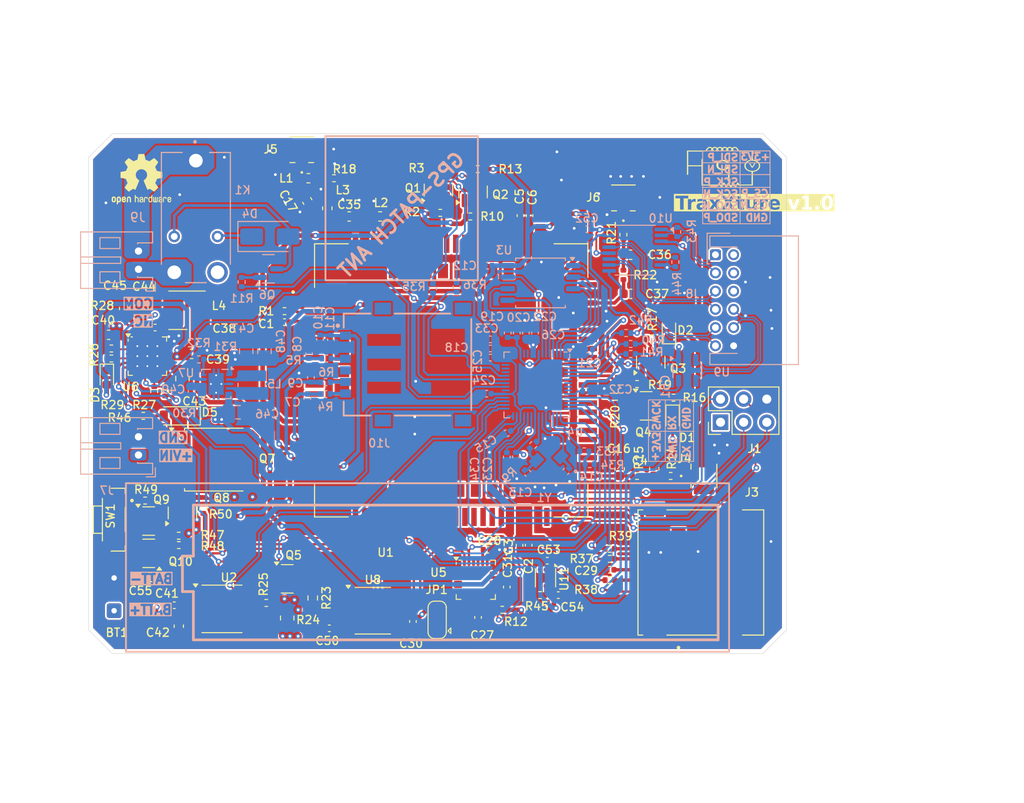
<source format=kicad_pcb>
(kicad_pcb (version 20240108) (generator "pcbnew") (generator_version "8.0")
  (layers (0 "F.Cu" mixed "Sig-Layer-1") (1 "In1.Cu" power "Gnd-Layer-2") (2 "In2.Cu" power "Power-Layer-3") (31 "B.Cu" mixed "Sig-Layer-4") (34 "B.Paste" user) (35 "F.Paste" user) (36 "B.SilkS" user "B.Silkscreen") (37 "F.SilkS" user "F.Silkscreen") (38 "B.Mask" user) (39 "F.Mask" user) (44 "Edge.Cuts" user))
  (net 0 "")
  (net 1 "GND")
  (net 2 "Net-(U1A-~{RESET})")
  (net 3 "+GSM_PWR")
  (net 4 "Net-(C4-Pad2)")
  (net 5 "Net-(U1A-USIM_DATA)")
  (net 6 "Net-(U1A-USIM_RST)")
  (net 7 "Net-(U1A-USIM_CLK)")
  (net 8 "/Architectural_diagram/GSM_GPS_CIRCUITRY/USIM_VDD")
  (net 9 "+3V3")
  (net 10 "Net-(C13-Pad2)")
  (net 11 "Net-(U4A-XIN)")
  (net 12 "/Architectural_diagram/GSM_GPS_CIRCUITRY/MAIN_ANT")
  (net 13 "Net-(C17-Pad1)")
  (net 14 "Net-(C17-Pad2)")
  (net 15 "Net-(U4B-VREG_VOUT)")
  (net 16 "/Architectural_diagram/IMU_Sensor/MPU_REGOUT")
  (net 17 "/Architectural_diagram/IMU_Sensor/MPU_CPOUT")
  (net 18 "Net-(U1A-GNSS_ANT)")
  (net 19 "Net-(C36-Pad2)")
  (net 20 "/Architectural_diagram/GSM_GPS_CIRCUITRY/AUX_ANT")
  (net 21 "/Architectural_diagram/Power_circuitry/PP_SW")
  (net 22 "Net-(U6-BTST)")
  (net 23 "+VSYS")
  (net 24 "/Architectural_diagram/Power_circuitry/REG18")
  (net 25 "PACK+")
  (net 26 "/Architectural_diagram/Power_circuitry/REGN")
  (net 27 "/Architectural_diagram/Power_circuitry/BMS_PMID")
  (net 28 "Net-(U7-EN)")
  (net 29 "Net-(D1-K)")
  (net 30 "Net-(D2-K)")
  (net 31 "Net-(D3-K)")
  (net 32 "+12V")
  (net 33 "Net-(D4-A)")
  (net 34 "Net-(J3-DAT0)")
  (net 35 "/Architectural_diagram/MCU_GPIO/SPI1_CSn")
  (net 36 "Net-(J3-CMD)")
  (net 37 "Net-(J3-CLK)")
  (net 38 "/Architectural_diagram/Ignition_shutdown/IGN_NC")
  (net 39 "/Architectural_diagram/Ignition_shutdown/IGN_COM")
  (net 40 "Net-(JP1-C)")
  (net 41 "Net-(L1-Pad1)")
  (net 42 "/Architectural_diagram/Power_circuitry/P3V3_SW1")
  (net 43 "/Architectural_diagram/Power_circuitry/P3V3_SW2")
  (net 44 "Net-(Q1-S)")
  (net 45 "/Architectural_diagram/GSM_GPS_CIRCUITRY/GSM_TXD")
  (net 46 "+1V8")
  (net 47 "/Architectural_diagram/GSM_GPS_CIRCUITRY/GSM_RXD")
  (net 48 "Net-(Q2-S)")
  (net 49 "Net-(Q3-C)")
  (net 50 "Net-(Q3-B)")
  (net 51 "Net-(Q4-C)")
  (net 52 "/Architectural_diagram/GSM_GPS_CIRCUITRY/GSM_RDY")
  (net 53 "Net-(Q6-B)")
  (net 54 "Net-(U1A-~{PWRKEY})")
  (net 55 "Net-(U3-~{CS})")
  (net 56 "Net-(U4A-XOUT)")
  (net 57 "/Architectural_diagram/Ignition_shutdown/IGN_DOWN")
  (net 58 "/Architectural_diagram/IMU_Sensor/MPU_INT")
  (net 59 "Net-(J4-Pad1)")
  (net 60 "/Architectural_diagram/GSM_GPS_CIRCUITRY/NET_LIGHT")
  (net 61 "/Architectural_diagram/GSM_GPS_CIRCUITRY/STATUS")
  (net 62 "Net-(J6-Pad1)")
  (net 63 "/Architectural_diagram/Power_circuitry/BG_TS")
  (net 64 "Net-(U6-STAT)")
  (net 65 "/Architectural_diagram/Power_circuitry/BMS_TS")
  (net 66 "/Architectural_diagram/Power_circuitry/BMS_PSEL")
  (net 67 "/Architectural_diagram/Power_circuitry/BB_FB")
  (net 68 "/Architectural_diagram/IMU_Sensor/MPU_SCL")
  (net 69 "/Architectural_diagram/IMU_Sensor/MPU_SDA")
  (net 70 "/Architectural_diagram/MCU_GPIO/UART1_TX")
  (net 71 "/Architectural_diagram/MCU_GPIO/UART1_RX")
  (net 72 "/Architectural_diagram/MCU_GPIO/SPI1_RX")
  (net 73 "/Architectural_diagram/MCU_GPIO/SPI1_SCK")
  (net 74 "/Architectural_diagram/MCU_GPIO/SPI1_TX")
  (net 75 "/Architectural_diagram/MCU_GPIO/SPI0_SCK")
  (net 76 "Net-(U10-1D)")
  (net 77 "/Architectural_diagram/MCU_GPIO/SPI0_TX")
  (net 78 "Net-(U10-2D)")
  (net 79 "Net-(U10-1R)")
  (net 80 "/Architectural_diagram/MCU_GPIO/SPI0_RX")
  (net 81 "/Architectural_diagram/camera_pin_out/CAM_SPI_SDI_D-")
  (net 82 "/Architectural_diagram/camera_pin_out/CAM_SPI_SDI_D+")
  (net 83 "/Architectural_diagram/camera_pin_out/CAM_SPI_SCK_R_D-")
  (net 84 "/Architectural_diagram/camera_pin_out/CAM_SPI_SCK_R_D+")
  (net 85 "/Architectural_diagram/GSM_GPS_CIRCUITRY/GSM_PWR_EN")
  (net 164 "Net-(U3-IO3)")
  (net 165 "Net-(U3-IO2)")
  (net 166 "Net-(U3-CLK)")
  (net 167 "Net-(U3-DO(IO1))")
  (net 168 "Net-(U3-DI(IO0))")
  (net 170 "PACK_OUT+")
  (net 172 "Net-(Q10-G)")
  (net 173 "/Architectural_diagram/MCU_GPIO/SPI0_CSn")
  (net 193 "/Architectural_diagram/camera_pin_out/CAM_SPI_CS_D-")
  (net 194 "/Architectural_diagram/camera_pin_out/CAM_SPI_CS_D+")
  (net 195 "/Architectural_diagram/camera_pin_out/CAM_SPI_SDO_D+")
  (net 196 "/Architectural_diagram/camera_pin_out/CAM_SPI_SCK_D+")
  (net 197 "/Architectural_diagram/camera_pin_out/CAM_SPI_SCK_R")
  (net 198 "/Architectural_diagram/camera_pin_out/CAM_SPI_SCK_D-")
  (net 199 "/Architectural_diagram/camera_pin_out/CAM_SPI_SDO_D-")
  (net 204 "Net-(Q5-D)")
  (net 205 "Net-(D5-A)")
  (net 216 "/Architectural_diagram/GSM_GPS_CIRCUITRY/SIM_RST")
  (net 217 "/Architectural_diagram/GSM_GPS_CIRCUITRY/SIM_CLK")
  (net 218 "/Architectural_diagram/GSM_GPS_CIRCUITRY/SIM_IO")
  (net 219 "/Architectural_diagram/MCU_GPIO/SWD")
  (net 222 "/Architectural_diagram/MCU_GPIO/SWCLK")
  (net 223 "Net-(Q8-G)")
  (net 224 "Net-(Q9-G)")
  (net 225 "Net-(Q10-D)")
  (net 235 "/Architectural_diagram/MCU_GPIO/GPIO20")
  (net 237 "/Architectural_diagram/MCU_GPIO/GPIO23")
  (net 238 "/Architectural_diagram/Power_circuitry/Vin_2")
  (net 239 "/Architectural_diagram/Power_circuitry/Vin")
  (net 241 "/Architectural_diagram/MCU_GPIO/GPIO21")
  (net 242 "/Architectural_diagram/MCU_GPIO/UART0_TX")
  (net 243 "/Architectural_diagram/MCU_GPIO/UART0_RX")
  (net 244 "/Architectural_diagram/RTCC_Circuitry/~{RTCC_RST}")
  (net 245 "/Architectural_diagram/MCU_GPIO/GPIO12")
  (net 247 "+VBATT")
  (net 248 "/Architectural_diagram/GSM_GPS_CIRCUITRY/USIM_DETECT")
  (footprint "Resistor_SMD:R_0402_1005Metric" (layer "F.Cu") (at 156.5 50.5 90)
    (property "Reference" "R21")
    (property "Value" "0R 1%")
  )
  (footprint "Connector_PinHeader_2.54mm:PinHeader_2x03_P2.54mm_Vertical" (layer "F.Cu") (at 167.16 71.1 90)
    (property "Reference" "J1")
    (property "Value" "Conn_01x06")
  )
  (footprint "Resistor_SMD:R_0402_1005Metric" (layer "F.Cu") (at 124.735 44.3 180)
    (property "Reference" "R18")
    (property "Value" "10R 1%")
  )
  (footprint "Capacitor_SMD:C_0402_1005Metric" (layer "F.Cu") (at 145.1 84.62 90)
    (property "Reference" "C3")
    (property "Value" "100nF X7R 16V")
  )
  (footprint "Resistor_SMD:R_0402_1005Metric" (layer "F.Cu") (at 100.3 64.1 180)
    (property "Reference" "R26")
    (property "Value" "470R 1%")
  )
  (footprint "Capacitor_SMD:C_0402_1005Metric" (layer "F.Cu") (at 119.3 60.1)
    (property "Reference" "C1")
    (property "Value" "100nF X7R 16V")
  )
  (footprint "Resistor_SMD:R_0402_1005Metric" (layer "F.Cu") (at 107.69 83.5625 180)
    (property "Reference" "R47")
    (property "Value" "100k")
  )
  (footprint "Resistor_SMD:R_0402_1005Metric" (layer "F.Cu") (at 161.69 77)
    (property "Reference" "R14")
    (property "Value" "0R 1%")
  )
  (footprint "Symbol:OSHW-Logo2_7.3x6mm_SilkScreen" (layer "F.Cu") (at 103.6 44.4)
    (property "Reference" "REF**" (hide yes))
    (property "Value" "OSHW-Logo2_7.3x6mm_SilkScreen" (hide yes))
  )
  (footprint "Capacitor_SMD:C_0603_1608Metric" (layer "F.Cu") (at 156.09 76.225 -90)
    (property "Reference" "C16")
    (property "Value" "DNP")
  )
  (footprint "Capacitor_SMD:C_0603_1608Metric" (layer "F.Cu") (at 157.3 52.7 180)
    (property "Reference" "C36")
    (property "Value" "DNP")
  )
  (footprint "Package_SO:TSSOP-14_4.4x5mm_P0.65mm" (layer "F.Cu") (at 112.4375 91.6)
    (property "Reference" "U2")
    (property "Value" "bq34210-Q1")
  )
  (footprint "Package_TO_SOT_SMD:SOT-23" (layer "F.Cu") (at 108.1 81.0625 90)
    (property "Reference" "Q8")
    (property "Value" "CJ3401")
  )
  (footprint "Resistor_SMD:R_0402_1005Metric" (layer "F.Cu") (at 136.8 43.2)
    (property "Reference" "R3")
    (property "Value" "4.7k")
  )
  (footprint "Capacitor_SMD:C_0603_1608Metric" (layer "F.Cu") (at 126.4 48.5)
    (property "Reference" "C35")
    (property "Value" "33pF")
  )
  (footprint "Package_DFN_QFN:Texas_RTW_WQFN-24-1EP_4x4mm_P0.5mm_EP2.7x2.7mm_ThermalVias" (layer "F.Cu") (at 104.25 63.8375)
    (property "Reference" "U6")
    (property "Value" "BQ25601")
  )
  (footprint "Resistor_SMD:R_0402_1005Metric" (layer "F.Cu") (at 107.699313 84.592433 180)
    (property "Reference" "R48")
    (property "Value" "100k")
  )
  (footprint "TL3330AF260QG:SW_TL3330AF260QG" (layer "F.Cu") (at 100.5625 81.8 -90)
    (property "Reference" "SW1")
    (property "Value" "TL3330AF260QG")
  )
  (footprint "Resistor_SMD:R_0402_1005Metric" (layer "F.Cu") (at 143.2 91.7)
    (property "Reference" "R12")
    (property "Value" "10k 1% 1/4W")
  )
  (footprint "Resistor_SMD:R_0402_1005Metric" (layer "F.Cu") (at 147.35 90.0875)
    (property "Reference" "R45")
    (property "Value" "10K 1%")
  )
  (footprint "Package_TO_SOT_SMD:SOT-23" (layer "F.Cu") (at 119.6 88.3)
    (property "Reference" "Q5")
    (property "Value" "MGSF1N02LT1G")
  )
  (footprint "Inductor_SMD:L_0603_1608Metric" (layer "F.Cu") (at 124 47.6 90)
    (property "Reference" "L3")
    (property "Value" "DNP")
  )
  (footprint "Capacitor_SMD:C_0603_1608Metric" (layer "F.Cu") (at 101.7 58.6 -90)
    (property "Reference" "C45")
    (property "Value" "10uF")
  )
  (footprint "Capacitor_SMD:C_0805_2012Metric" (layer "F.Cu") (at 108.1 66.3 90)
    (property "Reference" "C43")
    (property "Value" "10uF X7R")
  )
  (footprint "Capacitor_SMD:C_0402_1005Metric" (layer "F.Cu") (at 140.547426 92.540261 90)
    (property "Reference" "C27")
    (property "Value" "100nF X7R 16V")
  )
  (footprint "Capacitor_SMD:C_0603_1608Metric" (layer "F.Cu") (at 107.7 93.5 90)
    (property "Reference" "C42")
    (property "Value" "1uF")
  )
  (footprint "Capacitor_SMD:C_0603_1608Metric" (layer "F.Cu") (at 104.6 88.1)
    (property "Reference" "C55")
    (property "Value" "22uF")
  )
  (footprint "Capacitor_SMD:C_0402_1005Metric" (layer "F.Cu") (at 105.1 60.7)
    (property "Reference" "C38")
    (property "Value" "47nF")
  )
  (footprint "Capacitor_SMD:C_0402_1005Metric" (layer "F.Cu") (at 145.2 48.4 -90)
    (property "Reference" "C5")
    (property "Value" "100nF X7R 16V")
  )
  (footprint "Capacitor_SMD:C_0402_1005Metric" (layer "F.Cu") (at 154.98 87.3)
    (property "Reference" "C29")
    (property "Value" "100nF X7R 16V")
  )
  (footprint "Resistor_SMD:R_0402_1005Metric" (layer "F.Cu") (at 106.2 67.7 90)
    (property "Reference" "R27")
    (property "Value" "10k 1%")
  )
  (footprint "Resistor_SMD:R_0402_1005Metric" (layer "F.Cu") (at 155.7 68.3)
    (property "Reference" "R20")
    (property "Value" "1.8k 1%")
  )
  (footprint "SIM7600G:IC_SIM7600G" (layer "F.Cu") (at 137.6 66.5)
    (property "Reference" "U1")
    (property "Value" "SIM7600G")
  )
  (footprint "Resistor_SMD:R_0402_1005Metric" (layer "F.Cu") (at 158 66.9)
    (property "Reference" "R19")
    (property "Value" "1.8k 1%")
  )
  (footprint "Capacitor_SMD:C_0603_1608Metric" (layer "F.Cu") (at 121.8 46.8 -60)
    (property "Reference" "C17")
    (property "Value" "33pF")
  )
  (footprint "Resistor_SMD:R_0402_1005Metric" (layer "F.Cu") (at 100.3 63 180)
    (property "Reference" "R28")
    (property "Value" "10k 1%")
  )
  (footprint "Package_TO_SOT_SMD:TO-252-2" (layer "F.Cu") (at 111.64 75.2025)
    (property "Reference" "Q7")
    (property "Value" "IPD90P03P4L-04-HXY")
  )
  (footprint "Capacitor_SMD:C_0603_1608Metric" (layer "F.Cu") (at 159.89 76.2 -90)
    (property "Reference" "C4")
    (property "Value" "DNP")
  )
  (footprint "Resistor_SMD:R_0402_1005Metric" (layer "F.Cu") (at 155 88.441282 180)
    (property "Reference" "R38")
    (property "Value" "0R")
  )
  (footprint "Resistor_SMD:R_0402_1005Metric" (layer "F.Cu") (at 140.51 43.3)
    (property "Reference" "R13")
    (property "Value" "4.7k")
  )
  (footprint "Package_SON:WSON-6-1EP_2x2mm_P0.65mm_EP1x1.6mm" (layer "F.Cu") (at 147.95 88.1875 -90)
    (property "Reference" "U11")
    (property "Value" "TPS22810DRV")
  )
  (footprint "Package_TO_SOT_SMD:SOT-23" (layer "F.Cu") (at 136.2 45.6 90)
    (property "Reference" "Q1")
    (property "Value" "3416")
  )
  (footprint "Resistor_SMD:R_0402_1005Metric" (layer "F.Cu") (at 139.7 48.5 180)
    (property "Reference" "R10")
    (property "Value" "4.7k")
  )
  (footprint "Capacitor_SMD:C_0402_1005Metric" (layer "F.Cu") (at 143.7 89.2 -90)
    (property "Reference" "C31")
    (property "Value" "100nF X7R 16V")
  )
  (footprint "MSD_10_C:CUI_MSD-10-C" (layer "F.Cu") (at 165 87.6 -90)
    (property "Reference" "J3")
    (property "Value" "MSD-10-C")
  )
  (footprint "Resistor_SMD:R_0402_1005Metric" (layer "F.Cu") (at 117.298816 90.947701)
    (property "Reference" "R25")
    (property "Value" "10k 1%")
  )
  (footprint "Capacitor_SMD:C_0402_1005Metric" (layer "F.Cu") (at 146.2 48.4 -90)
    (property "Reference" "C6")
    (property "Value" "100nF X7R 16V")
  )
  (footprint "Package_TO_SOT_SMD:SOT-23" (layer "F.Cu") (at 159.5 64.5 90)
    (property "Reference" "Q3")
    (property "Value" "MMBT2222A")
  )
  (footprint "Package_TO_SOT_SMD:SOT-23" (layer "F.Cu") (at 104.4 85.5 180)
    (property "Reference" "Q10")
    (property "Value" "AO3400A")
  )
  (footprint "Resistor_SMD:R_0402_1005Metric" (layer "F.Cu") (at 155 86.1 180)
    (property "Reference" "R37")
    (property "Value" "0R")
  )
  (footprint "Package_SO:SOIC-8_3.9x4.9mm_P1.27mm" (layer "F.Cu") (at 129 91.8)
    (property "Reference" "U8")
    (property "Value" "DS3231MZ")
  )
  (footprint "Resistor_SMD:R_0805_2012Metric" (layer "F.Cu") (at 119.59905 92.6 90)
    (property "Reference" "R24")
    (property "Value" "5mR 1% 1watt")
  )
  (footprint "Resistor_SMD:R_0402_1005Metric" (layer "F.Cu") (at 119.3 58.9)
    (property "Reference" "R1")
    (property "Value" "0R 1%")
  )
  (footprint "Connector_Wire:SolderWire-0.1sqmm_1x02_P3.6mm_D0.4mm_OD1mm" (layer "F.Cu") (at 100.6 91.8 90)
    (property "Reference" "BT1")
    (property "Value" "18650 holder")
  )
  (footprint "Jumper:SolderJumper-3_P1.3mm_Bridged12_RoundedPad1.0x1.5mm" (layer "F.Cu") (at 136.0575 92.8 90)
    (property "Reference" "JP1")
    (property "Value" "jumper")
  )
  (footprint "Resistor_SMD:R_0603_1608Metric" (layer "F.Cu") (at 122.4 90.4 90)
    (property "Reference" "R23")
    (property "Value" "24R")
  )
  (footprint "Package_TO_SOT_SMD:SOT-23" (layer "F.Cu") (at 104.39 81.95)
    (property "Reference" "Q9")
    (property "Value" "AO3400A")
  )
  (footprint "Inductor_SMD:L_0603_1608Metric" (layer "F.Cu") (at 121.925 44.3 180)
    (property "Reference" "L1")
    (property "Value" "47nH")
  )
  (footprint "Resistor_SMD:R_0402_1005Metric" (layer "F.Cu") (at 136.4 48.1 180)
    (property "Reference" "R2")
    (property "Value" "4.7k")
  )
  (footprint "U_FL_R_SMT_10_:HRS_U.FL-R-SMT_10_" (layer "F.Cu") (at 165.3375 77)
    (property "Reference" "J4")
    (property "Value" "UFL")
  )
  (footprint "Resistor_SMD:R_0402_1005Metric" (layer "F.Cu") (at 159.6 61.9)
    (property "Reference" "R17")
    (property "Value" "470R 1%")
  )
  (footprint "Resistor_SMD:R_0402_1005Metric" (layer "F.Cu") (at 155 85 180)
    (property "Reference" "R39")
    (property "Value" "0R")
  )
  (footprint "Capacitor_SMD:C_0805_2012Metric" (layer "F.Cu") (at 103.592188 58.460903 -90)
    (property "Reference" "C44")
    (property "Value" "4.7uF")
  )
  (footprint "U_FL_R_SMT_10_:HRS_U.FL-R-SMT_10_" (layer "F.Cu") (at 156.5 46.4625 90)
    (property "Reference" "J6")
    (property "Value" "UFL")
  )
  (footprint "Inductor_SMD_Wurth:L_Wurth_WE-LQSH-4020" (layer "F.Cu") (at 108.6 58.8 180)
    (property "Reference" "L4")
    (property "Value" "MDA4020-1R0M")
  )
  (footprint "Resistor_SMD:R_0402_1005Metric" (layer "F.Cu") (at 162 68.4)
    (property "Reference" "R16")
    (property "Value" "470R 1%")
  )
  (footprint "LED_SMD:LED_0603_1608Metric" (layer "F.Cu") (at 161.5 61 90)
    (property "Reference" "D2")
    (property "Value" "APHD1608LZGCK")
  )
  (footprint "Capacitor_SMD:C_0402_1005Metric" (layer "F.Cu") (at 141.6 85.1 180)
    (property "Reference" "C28")
    (property "Value" "2.2nF X7R 16V")
  )
  (footprint "Capacitor_SMD:C_0603_1608Metric" (layer "F.Cu") (at 100 61.5)
    (property "Reference" "C40")
    (property "Value" "1uF")
  )
  (footprint "Resistor_SMD:R_0402_1005Metric" (layer "F.Cu") (at 103.8 70.4)
    (property "Reference" "R46")
    (property "Value" "1k")
  )
  (footprint "Resistor_SMD:R_0402_1005Metric" (layer "F.Cu") (at 104 79.7 180)
    (property "Reference" "R49")
    (property "Value" "220k")
  )
  (footprint "Sensor_Motion:InvenSense_QFN-24_4x4mm_P0.5mm" (layer "F.Cu") (at 140.3 88.4)
    (property "Reference" "U5")
    (property "Value" "MPU-6050")
  )
  (footprint "Capacitor_SMD:C_0603_1608Metric" (layer "F.Cu") (at 157.3 57 180)
    (property "Reference" "C37")
    (property "Value" "DNP")
  )
  (footprint "Resistor_SMD:R_0402_1005Metric" (layer "F.Cu") (at 156.5 54.91 90)
    (property "Reference" "R22")
    (property "Value" "0R 1%")
  )
  (footprint "Inductor_SMD:L_0603_1608Metric" (layer "F.Cu") (at 129.8 48.5)
    (property "Reference" "L2")
    (property "Value" "DNP")
  )
  (footprint "Capacitor_SMD:C_0402_1005Metric" (layer "F.Cu") (at 146.1 84.6 90)
    (property "Reference" "C2")
    (property "Value" "100nF X7R 16V")
  )
  (footprint "Package_TO_SOT_SMD:SOT-23" (layer "F.Cu") (at 159 69.3)
    (property "Reference" "Q4")
    (property "Value" "MMBT2222A")
  )
  (footprint "Capacitor_SMD:C_0402_1005Metric" (layer "F.Cu") (at 133.4 92.98 90)
    (property "Reference" "C30")
    (property "Value" "100nF X7R 16V")
  )
  (footprint "Capacitor_SMD:C_0402_1005Metric" (layer "F.Cu") (at 107.2 91.2)
    (property "Reference" "C41")
    (property "Value" "2.2uF")
  )
  (footprint "LED_SMD:LED_0603_1608Metric" (layer "F.Cu") (at 161.9 70.7 -90)
    (property "Reference" "D1")
    (property "Value" "APHD1608LZGCK")
  )
  (footprint "Resistor_SMD:R_0402_1005Metric" (layer "F.Cu") (at 110.4 80.6 -90)
    (property "Reference" "R50")
    (property "Value" "330k")
  )
  (footprint "U_FL_R_SMT_10_:HRS_U.FL-R-SMT_10_" (layer "F.Cu") (at 121.2 41.1625 90)
    (property "Reference" "J5")
    (property "Value" "UFL")
  )
  (footprint "Capacitor_SMD:C_0402_1005Metric" (layer "F.Cu") (at 149.35 90.0875 180)
    (property "Reference" "C54")
    (property "Value" "?F X7R 16V")
  )
  (footprint "Resistor_SMD:R_0402_1005Metric" (layer "F.Cu") (at 105 67.7 -90)
    (property "Reference" "R29")
    (property "Value" "10k 1%")
  )
  (footprint "Diode_SMD:D_SOD-123" (layer "F.Cu") (at 107.7 70.4 180)
    (property "Reference" "D5")
    (property "Value" "SZMMSZ5250BT1G")
  )
  (footprint "Capacitor_SMD:C_0603_1608Metric" (layer "F.Cu") (at 109.1 63.6 180)
    (property "Reference" "C39")
    (property "Value" "4.7uF")
  )
  (footprint "Resistor_SMD:R_0402_1005Metric" (layer "F.Cu") (at 158 77)
    (property "Reference" "R15")
    (property "Value" "0R 1%")
  )
  (footprint "Capacitor_SMD:C_0402_1005Metric" (layer "F.Cu") (at 124.225 93.735)
    (property "Reference" "C50")
    (property "Value" "100nF X7R 16V")
  )
  (footprint "LED_SMD:LED_0603_1608Metric" (layer "F.Cu") (at 99.8 66.2 -90)
    (property "Reference" "D3")
    (property "Value" "APHD1608LZGCK")
  )
  (footprint "Capacitor_SMD:C_0402_1005Metric" (layer "F.Cu") (at 148.141477 86.31091)
    (property "Reference" "C53")
    (property "Value" "?F X7R 16V")
  )
  (footprint "Package_TO_SOT_SMD:SOT-23" (layer "F.Cu") (at 140 45.8 90)
    (property "Reference" "Q2")
    (property "Value" "3416")
  )
  (footprint "LOGO" (layer "F.Cu") (at 167.5 43.1)
    (property "Reference" "G***" (hide yes))
    (property "Value" "LOGO" (hide yes))
  )
  (footprint "Capacitor_SMD:C_0805_2012Metric" (layer "B.Cu") (at 117.1 63.3 -90)
    (property "Reference" "C48")
    (property "Value" "10uF")
  )
  (footprint "Package_TO_SOT_SMD:SOT-23-5" (layer "B.Cu") (at 163.5 65.4 -90)
    (property "Reference" "U9")
    (property "Value" "SN65LVDS1DBV")
  )
  (footprint "Connector_TE-Connectivity:TE_440055-2_1x02_P2.00mm_Horizontal" (layer "B.Cu") (at 103.275 74.7 90)
    (property "Reference" "J7")
    (property "Value" "Conn_01x02")
  )
  (footprint "Capacitor_SMD:C_0402_1005Metric" (layer "B.Cu") (at 143.7 72.3 30)
    (property "Reference" "C15")
    (property "Value" "100nF")
  )
  (footprint "Resistor_SMD:R_0402_1005Metric" (layer "B.Cu") (at 114.6 55.7 90)
    (property "Reference" "R11")
    (property "Value" "910R")
  )
  (footprint "Capacitor_SMD:C_0402_1005Metric" (layer "B.Cu") (at 152.5 49.9)
    (property "Reference" "C52")
    (property "Value" "100nF X7R 16V")
  )
  (footprint "Capacitor_SMD:C_0402_1005Metric" (layer "B.Cu") (at 122.2 66.2 -90)
    (property "Reference" "C9")
    (property "Value" "DNP")
  )
  (footprint "Resistor_SMD:R_0402_1005Metric" (layer "B.Cu") (at 146.6 73.6 45)
    (property "Reference" "R9")
    (property "Value" "1k 1% 1/4W")
  )
  (footprint "Resistor_SMD:R_0402_1005Metric" (layer "B.Cu") (at 138.2 56.29 -90)
    (property "Reference" "R36")
    (property "Value" "0R")
  )
  (footprint "Capacitor_SMD:C_0402_1005Metric" (layer "B.Cu") (at 161.05 64.7375 90)
    (property "Reference" "C51")
    (property "Value" "100nF X7R 16V")
  )
  (footprint "Resistor_SMD:R_0402_1005Metric" (layer "B.Cu") (at 109.91 64.2 180)
    (property "Reference" "R32")
    (property "Value" "100k")
  )
  (footprint "Resistor_SMD:R_0402_1005Metric" (layer "B.Cu") (at 162.2 53.5 90)
    (property "Reference" "R44")
    (property "Value" "100R")
  )
  (footprint "Capacitor_SMD:C_0402_1005Metric" (layer "B.Cu") (at 121.8 68.48 90)
    (property "Reference" "C7")
    (property "Value" "DNP")
  )
  (footprint "Capacitor_SMD:C_0402_1005Metric" (layer "B.Cu") (at 144.8 61.3 -90)
    (property "Reference" "C20")
    (property "Value" "100nF")
  )
  (footprint "hgo_lib_pl:IND_VLS3012CX-2R2M-1" (layer "B.Cu") (at 115.7 67 90)
    (property "Reference" "L5")
    (property "Value" "VLS3012CX-2R2M-1")
  )
  (footprint "Capacitor_SMD:C_0805_2012Metric" (layer "B.Cu") (at 114.2 70 180)
    (property "Reference" "C46")
    (property "Value" "10uF")
  )
  (footprint "Package_SO:SOIC-8_5.23x5.23mm_P1.27mm" (layer "B.Cu") (at 147.4 55.8 180)
    (property "Reference" "U3")
    (property "Value" "W25Q128JVS")
  )
  (footprint "Capacitor_SMD:C_0402_1005Metric" (layer "B.Cu") (at 152.5 67.7 180)
    (property "Reference" "C32")
    (property "Value" "100nF")
  )
  (footprint "Resistor_SMD:R_0402_1005Metric" (layer "B.Cu") (at 162.4 50.2 90)
    (property "Reference" "R43")
    (property "Value" "100R")
  )
  (footprint "Capacitor_SMD:C_0402_1005Metric" (layer "B.Cu") (at 141.9 64)
    (property "Reference" "C25")
    (property "Value" "100nF")
  )
  (footprint "SIM8060_6_1_14_00_A:GCT_SIM8060-6-1-14-00-A" (layer "B.Cu") (at 132.8 64.765 -90)
    (property "Reference" "J10")
    (property "Value" "SIM8060-6-1-14-00-A")
  )
  (footprint "Connector_TE-Connectivity:TE_440055-2_1x02_P2.00mm_Horizontal" (layer "B.Cu") (at 103.275 54.3 90)
    (property "Reference" "J9")
    (property "Value" "Conn_01x02")
  )
  (footprint "Resistor_SMD:R_0402_1005Metric" (layer "B.Cu") (at 157.3 62.5 180)
    (property "Reference" "R40")
    (property "Value" "0R")
  )
  (footprint "Capacitor_SMD:C_0402_1005Metric" (layer "B.Cu") (at 143.7 74.916055 90)
    (property "Reference" "C34")
    (property "Value" "1uF")
  )
  (footprint "Resistor_SMD:R_0402_1005Metric" (layer "B.Cu") (at 152.2 74.3)
    (property "Reference" "R33")
    (property "Value" "10k 1% 1/4W")
  )
  (footprint "Capacitor_SMD:C_0402_1005Metric" (layer "B.Cu") (at 141.9 63)
    (property "Reference" "C18")
    (property "Value" "1uF")
  )
  (footprint "Resistor_SMD:R_0402_1005Metric" (layer "B.Cu") (at 123.8 68)
    (property "Reference" "R4")
    (property "Value" "22R 1%")
  )
  (footprint "Package_SO:TSSOP-16_4.4x5mm_P0.65mm" (layer "B.Cu") (at 157.8 52.2 180)
    (property "Reference" "U10")
    (property "Value" "SN65LVDS050IPWRQ1")
  )
  (footprint "Package_SON:Texas_DRC0010J_ThermalVias" (layer "B.Cu") (at 111.8 66.9 180)
    (property "Reference" "U7")
    (property "Value" "TPS63000")
  )
  (footprint "Capacitor_SMD:C_0805_2012Metric" (layer "B.Cu") (at 115.1 63.3 -90)
    (property "Reference" "C47")
    (property "Value" "10uF")
  )
  (footprint "Capacitor_SMD:C_0402_1005Metric" (layer "B.Cu") (at 150.2 76.5 45)
    (property "Reference" "C14")
    (property "Value" "15pF")
  )
  (footprint "Resistor_SMD:R_0402_1005Metric" (layer "B.Cu") (at 112.8 64.2 180)
    (property "Reference" "R31")
    (property "Value" "590k")
  )
  (footprint "Capacitor_SMD:C_0402_1005Metric" (layer "B.Cu") (at 143.8 61.3 -90)
    (property "Reference" "C19")
    (property "Value" "100nF")
  )
  (footprint "A161CS12VDC_64:RELAY_A161CS12VDC_64" (layer "B.Cu") (at 109.575 48.62 -90)
    (property "Reference" "K1")
    (property "Value" "A161CS12VDC.64")
  )
  (footprint "Capacitor_SMD:C_0402_1005Metric" (layer "B.Cu") (at 145.8 61.3 -90)
    (property "Reference" "C22")
    (property "Value" "100nF")
  )
  (footprint "ABM8_272_T3:ABM8-272-T3_ABR" (layer "B.Cu") (at 148.3 75.1 135)
    (property "Reference" "Y1")
    (property "Value" "ABM8-272-T3")
  )
  (footprint "Package_DFN_QFN:QFN-56-1EP_7x7mm_P0.4mm_EP3.2x3.2mm" (layer "B.Cu") (at 147 67 180)
    (property "Reference" "U4")
    (property "Value" "RP2040")
  )
  (footprint "Capacitor_SMD:C_0402_1005Metric" (layer "B.Cu") (at 141.6 53.9)
    (property "Reference" "C12")
    (property "Value" "100nF")
  )
  (footprint "Connector_JST:JST_PHD_S12B-PHDSS_2x06_P2.00mm_Horizontal" (layer "B.Cu") (at 166.6 52.7 -90)
    (property "Reference" "J8")
    (property "Value" "Conn_02x06_Odd_Even")
  )
  (footprint "Capacitor_SMD:C_0402_1005Metric" (layer "B.Cu") (at 122 63.6 -90)
    (property "Reference" "C8")
    (property "Value" "DNP")
  )
  (footprint "Capacitor_SMD:C_0402_1005Metric" (layer "B.Cu") (at 109.1 67.7 90)
    (property "Reference" "C49")
    (property "Value" "100nF")
  )
  (footprint "Capacitor_SMD:C_0402_1005Metric" (layer "B.Cu") (at 141.5 67.9625)
    (property "Reference" "C24")
    (property "Value" "100nF")
  )
  (footprint "Capacitor_SMD:C_0402_1005Metric" (layer "B.Cu") (at 146 76.7 135)
    (property "Reference" "C13")
    (property "Value" "15pF")
  )
  (footprint "Resistor_SMD:R_0402_1005Metric" (layer "B.Cu") (at 152.8 75.7 180)
    (property "Reference" "R34")
    (property "Value" "10k 1% 1/4W")
  )
  (footprint "Diode_SMD:D_SMA" (layer "B.Cu") (at 117.7 50.7)
    (property "Reference" "D4")
    (property "Value" "M7")
  )
  (footprint "Resistor_SMD:R_0402_1005Metric" (layer "B.Cu") (at 157.3 63.6 180)
    (property "Reference" "R41")
    (property "Value" "0R")
  )
  (footprint "Resistor_SMD:R_0402_1005Metric" (layer "B.Cu") (at 123.8 66.7)
    (property "Reference" "R6")
    (property "Value" "22R 1%")
  )
  (footprint "Capacitor_SMD:C_0402_1005Metric" (layer "B.Cu") (at 141.9 62)
    (property "Reference" "C33")
    (property "Value" "100nF")
  )
  (footprint "Capacitor_SMD:C_0402_1005Metric" (layer "B.Cu") (at 144.7 74.9 90)
    (property "Reference" "C23")
    (property "Value" "100nF")
  )
  (footprint "Resistor_SMD:R_0402_1005Metric" (layer "B.Cu") (at 135.6 56.4 -90)
    (property "Reference" "R35")
    (property "Value" "0R")
  )
  (footprint "Capacitor_SMD:C_0402_1005Metric" (layer "B.Cu") (at 152.62 63.1)
    (property "Reference" "C21")
    (property "Value" "100nF")
  )
  (footprint "Capacitor_SMD:C_0402_1005Metric" (layer "B.Cu") (at 146.8 61.3 -90)
    (property "Reference" "C26")
    (property "Value" "100nF")
  )
  (footprint "Capacitor_SMD:C_0402_1005Metric" (layer "B.Cu") (at 123.2 62 90)
    (property "Reference" "C10")
    (property "Value" "100nF X7R 16V")
  )
  (footprint "Resistor_SMD:R_0402_1005Metric" (layer "B.Cu") (at 111.09 70)
    (property "Reference" "R30")
    (property "Value" "100R 1%")
  )
  (footprint "Resistor_SMD:R_0402_1005Metric" (layer "B.Cu") (at 123.9 64.1)
    (property "Reference" "R5")
    (property "Value" "22R 1%")
  )
  (footprint "Capacitor_SMD:C_0402_1005Metric" (layer "B.Cu") (at 124.4 62.02 90)
    (property "Reference" "C11")
    (property "Value" "33pF X7R 16V")
  )
  (footprint "Resistor_SMD:R_0402_1005Metric" (layer "B.Cu") (at 156.8 61.3 180)
    (property "Reference" "R42")
    (property "Value" "0R")
  )
  (footprint "Package_TO_SOT_SMD:SOT-23" (layer "B.Cu") (at 117.5375 54.25)
    (property "Reference" "Q6")
    (property "Value" "MMBT2222A")
  )
  (gr_poly (pts (xy 102.618751 62.7) (xy 102.7 62.618751) (xy 102.7 62.359965) (xy 102.790012 62.269953) (xy 102.869953 62.269953) (xy 102.886306 62.286306) (xy 103.086067 62.286306) (xy 103.127559 62.244814) (xy 103.127559 61.427559) (xy 102.7 61) (xy 101.6 61) (xy 101.6 60.4) (xy 101.312705 60.112705) (xy 100.4 60.113216) (xy 100.1 60.309776) (xy 100.1 61.1) (xy 100.1 61.9) (xy 100.3 62.1) (xy 101.4 62.1) (xy 101.7 62.4) (xy 101.7 62.6) (xy 101.8 62.7)) (fill solid) (layer "F.Cu") (net 238))
  (gr_poly (pts (xy 108.6 85.0625) (xy 108.9 84.7625) (xy 108.9 83.7625) (xy 109.2 83.4625) (xy 109.7 83.4625) (xy 110.1 83.0625) (xy 110.1 81.5625) (xy 109.6 81.0625) (xy 108.7 81.0625) (xy 108.5 81.2625) (xy 108.5 82.5625) (xy 108.2 82.8625) (xy 107.8 82.8625) (xy 107.7 82.9625) (xy 107.7 84.8625) (xy 107.9 85.0625)) (fill solid) (layer "F.Cu") (net 25))
  (gr_poly (pts (xy 146.3 80.2) (xy 146.5 80.4) (xy 146.5 84.4) (xy 146.4 84.5) (xy 144.8 84.5) (xy 144.7 84.4) (xy 144.7 80.4) (xy 144.9 80.2)) (fill solid) (layer "F.Cu") (net 3))
  (gr_poly (pts (xy 106.762956 64.462956) (xy 107.1 64.8) (xy 108.8 64.8) (xy 109.1 65.1) (xy 109.1 65.9) (xy 108.9 66.1) (xy 107.4 66.1) (xy 106.9 65.6) (xy 106.9 65.4) (xy 106.752693 65.252693) (xy 105.873414 65.252693) (xy 105.8 65.179279) (xy 105.8 64.555929) (xy 105.892973 64.462956)) (fill solid) (layer "F.Cu") (net 170))
  (gr_poly (pts (xy 149.25 90.3875) (xy 149.25 89.3875) (xy 148.75 88.8875) (xy 148.45 88.8875) (xy 148.35 88.9875) (xy 148.35 90.2875) (xy 148.55 90.4875) (xy 149.15 90.4875)) (fill solid) (layer "F.Cu") (net 23))
  (gr_poly (pts (xy 144.7 48.7) (xy 144.9 48.5) (xy 146.5 48.5) (xy 146.6 48.6) (xy 146.6 52.7) (xy 146.4 52.9) (xy 144.9 52.9) (xy 144.7 52.7)) (fill solid) (layer "F.Cu") (net 3))
  (gr_poly (pts (xy 120.2 93) (xy 120.4 93.2) (xy 120.4 93.9) (xy 120.6 94.1) (xy 120.9 94.1) (xy 121.2 94.4) (xy 121.2 94.9) (xy 121.1 95) (xy 119 95) (xy 118.7 94.7) (xy 118.7 93.1) (xy 118.8 93)) (fill solid) (layer "F.Cu") (net 25))
  (gr_poly (pts (xy 147.4 84.5) (xy 148.2 85.3) (xy 148.2 86.7) (xy 148.3 86.8) (xy 148.3 87.4) (xy 148.4 87.5) (xy 149 87.5) (xy 149.1 87.4) (xy 149.1 84.8) (xy 147.8 83.5) (xy 144.7 83.5) (xy 144.57718 83.62282) (xy 144.590653 84.390653) (xy 144.7 84.5)) (fill solid) (layer "F.Cu") (net 3))
  (gr_poly (pts (xy 104.9 61.3) (xy 105.2 61) (xy 105.2 60.2) (xy 105.4 60) (xy 105.8 60) (xy 106 59.8) (xy 106 57.3) (xy 106.5 56.8) (xy 107.9 56.8) (xy 108.2 57.1) (xy 108.2 60.4) (xy 107.8 60.8) (xy 106.3 60.8) (xy 105.6 61.5) (xy 105.6 62.2) (xy 105.518414 62.281586) (xy 104.981586 62.281586) (xy 104.9 62.2)) (fill solid) (layer "F.Cu") (net 21))
  (gr_poly (pts (xy 119.1 92.4) (xy 121 92.4) (xy 121.2 92.2) (xy 121.2 90.5) (xy 120.8 90.1) (xy 118.8 90.1) (xy 118.6 90.3) (xy 118.6 91.5) (xy 118.8 91.7) (xy 118.8 92.1)) (fill solid) (layer "F.Cu") (net 247))
  (gr_poly (pts (xy 107.133552 63.466448) (xy 107.3 63.3) (xy 107.3 62.9) (xy 107.4 62.8) (xy 108.3 62.8) (xy 109 62.1) (xy 109 57.2) (xy 109.5 56.7) (xy 110.9 56.7) (xy 111.1 56.9) (xy 111.1 61.4) (xy 110.1 62.4) (xy 109.6 62.4) (xy 109.1 62.9) (xy 109.1 64.1) (xy 108.9 64.3) (xy 107.2 64.3) (xy 107.1 64.2) (xy 105.853257 64.2) (xy 105.795749 64.142492) (xy 105.795749 63.528776) (xy 105.856203 63.466331)) (fill solid) (layer "F.Cu") (net 23))
  (gr_poly (pts (xy 104.7 74) (xy 105.4 74.7) (xy 105.4 75.3) (xy 105.7 75.6) (xy 107.8 75.6) (xy 108.2 76) (xy 108.2 77.3) (xy 107.8 77.7) (xy 105.4 77.7) (xy 105 77.3) (xy 105 76.3) (xy 104.7 76) (xy 102.4 76) (xy 102 75.6) (xy 102 74.2) (xy 102.2 74)) (fill solid) (layer "F.Cu") (net 239))
  (gr_poly (pts (xy 110.597899 66.774966) (xy 110.771239 66.948306) (xy 110.771239 68.028761) (xy 110.5 68.3) (xy 110.5 69) (xy 110.9 69.4) (xy 110.9 70.4) (xy 110.7 70.6) (xy 110 70.6) (xy 109.8 70.4) (xy 109.8 67.8) (xy 109.6 67.6) (xy 108.7 67.6) (xy 108.5 67.4) (xy 108.5 66.9) (xy 108.7 66.7) (xy 109.5 66.7) (xy 109.574789 66.774789)) (fill solid) (layer "B.Cu") (net 28))
  (gr_poly (pts (xy 104.1 53.1) (xy 104.5 52.7) (xy 104.5 46.1) (xy 106.7 43.9) (xy 110.8 43.9) (xy 111.6 43.1) (xy 111.6 41.4) (xy 110.9 40.7) (xy 105.2 40.7) (xy 101.7 44.2) (xy 101.7 52.8) (xy 102 53.1)) (fill solid) (layer "B.Cu") (net 39))
  (gr_poly (pts (xy 144.9 64) (xy 144.9 63.1) (xy 144.6 62.8) (xy 143.2 62.8) (xy 142.9 62.5) (xy 142.9 61.8) (xy 142.6 61.5) (xy 142.2 61.5) (xy 142 61.7) (xy 142 64.1) (xy 142.399999 64.499999) (xy 144.100001 64.499999) (xy 144.2 64.4) (xy 144.2 64.3) (xy 144.3 64.2) (xy 144.7 64.2)) (fill solid) (layer "B.Cu") (net 9))
  (gr_poly (pts (xy 112.9 66.271042) (xy 113.928958 66.271042) (xy 114.1 66.1) (xy 114.1 65.6) (xy 114.3 65.4) (xy 117.2 65.4) (xy 117.3 65.5) (xy 117.3 66.5) (xy 117.2 66.6) (xy 113.7 66.6) (xy 113.641776 66.541776) (xy 113.641776 66.53917) (xy 113.626569 66.523963) (xy 112.923963 66.523963) (xy 112.9 66.5)) (fill solid) (layer "B.Cu") (net 43))
  (gr_poly (pts (xy 118.3 63.2) (xy 118.7 63.6) (xy 118.7 64.5) (xy 118.3 64.9) (xy 113.8 64.9) (xy 113.6 65.1) (xy 113.6 65.913824) (xy 113.495238 66.018586) (xy 112.918586 66.018586) (xy 112.9 66) (xy 112.9 65.7) (xy 113 65.6) (xy 113 63.6) (xy 113.4 63.2)) (fill solid) (layer "B.Cu") (net 9))
  (gr_poly (pts (xy 105.9 53.5) (xy 106.2 53.2) (xy 108.5 53.2) (xy 109.1 53.8) (xy 109.1 55.7) (xy 108.7 56.1) (xy 105.9 56.1) (xy 105.1 55.3) (xy 102.2 55.3) (xy 101.9 55) (xy 101.9 53.7) (xy 102.1 53.5)) (fill solid) (layer "B.Cu") (net 38))
  (gr_poly (pts (xy 112.897793 67.748703) (xy 113.5 67.748703) (xy 113.6 67.848703) (xy 113.6 69.2) (xy 113.9 69.5) (xy 113.9 71) (xy 113.7 71.2) (xy 111.5 71.2) (xy 111.3 71) (xy 111.3 69.5) (xy 111.4 69.4) (xy 112.4 69.4) (xy 112.8 69) (xy 112.8 67.856123) (xy 112.900658 67.755465) (xy 112.897793 67.7526)) (fill solid) (layer "B.Cu") (net 23))
  (gr_poly (pts (xy 117.556191 67.235571) (xy 117.556191 68.435571) (xy 117.356191 68.635571) (xy 114.256191 68.635571) (xy 113.956191 68.335571) (xy 113.956191 67.835571) (xy 113.656191 67.535571) (xy 112.956191 67.535571) (xy 112.856191 67.435571) (xy 112.856191 67.235571)) (fill solid) (layer "B.Cu") (net 42))
  (gr_poly (pts (xy 146.382594 64.042388) (xy 146.861228 64.042388) (xy 146.9 64.003616) (xy 146.9 62.8) (xy 147.3 62.4) (xy 147.3 61.7) (xy 147.1 61.5) (xy 145.6 61.5) (xy 145.4 61.7) (xy 145.4 62.2) (xy 145.7 62.5) (xy 146.1 62.5) (xy 146.3 62.7) (xy 146.3 63.959794)) (fill solid) (layer "B.Cu") (net 9))
  (gr_line (start 161.1 68.7) (end 161.1 75.3) (stroke (width 0.1)) (layer "B.SilkS"))
  (gr_rect (start 123.8 39.674625) (end 140.525375 55.5) (stroke (width 0.2)) (fill none) (layer "B.SilkS"))
  (gr_line (start 172.6 45.3) (end 165.2 45.3) (stroke (width 0.1)) (layer "B.SilkS"))
  (gr_line (start 109.3 85.8) (end 109.3 80.2) (stroke (width 0.3)) (layer "B.SilkS"))
  (gr_line (start 166.9 95) (end 109.3 95) (stroke (width 0.3)) (layer "B.SilkS"))
  (gr_line (start 165.2 43.9) (end 172.6 43.9) (stroke (width 0.1)) (layer "B.SilkS"))
  (gr_line (start 165.2 46.6) (end 172.6 46.6) (stroke (width 0.1)) (layer "B.SilkS"))
  (gr_line (start 162.7 68.7) (end 162.7 75.4) (stroke (width 0.1)) (layer "B.SilkS"))
  (gr_line (start 169.31 41.315022) (end 169.31 49.284978) (stroke (width 0.1)) (layer "B.SilkS"))
  (gr_rect (start 159.252707 68.647291) (end 164.2 75.4) (stroke (width 0.1)) (fill none) (layer "B.SilkS"))
  (gr_line (start 172.6 47.9) (end 165.2 47.9) (stroke (width 0.1)) (layer "B.SilkS"))
  (gr_rect (start 165.2 41.301983) (end 172.598017 49.3) (stroke (width 0.1)) (fill none) (layer "B.SilkS"))
  (gr_line (start 172.6 42.6) (end 165.2 42.6) (stroke (width 0.1)) (layer "B.SilkS"))
  (gr_rect (start 101.9 77.8) (end 168.1 96.3) (stroke (width 0.2)) (fill none) (layer "B.SilkS"))
  (gr_line (start 109.3 80.2) (end 166.9 80.2) (stroke (width 0.3)) (layer "B.SilkS"))
  (gr_line (start 108.1 85.8) (end 109.3 85.8) (stroke (width 0.3)) (layer "B.SilkS"))
  (gr_line (start 108.1 89.7) (end 108.1 85.8) (stroke (width 0.3)) (layer "B.SilkS"))
  (gr_line (start 109.3 95) (end 109.3 89.7) (stroke (width 0.3)) (layer "B.SilkS"))
  (gr_line (start 166.9 80.2) (end 166.9 95) (stroke (width 0.3)) (layer "B.SilkS"))
  (gr_line (start 109.3 89.7) (end 108.1 89.7) (stroke (width 0.3)) (layer "B.SilkS"))
  (gr_line (start 159.35 72.1) (end 164.25 72.1) (stroke (width 0.1)) (layer "B.SilkS"))
  (gr_line (start 171.8 39.4) (end 174.395283 41.995283) (stroke (width 0.05)) (layer "Edge.Cuts"))
  (gr_line (start 100.4 39.4) (end 171.8 39.4) (stroke (width 0.05)) (layer "Edge.Cuts"))
  (gr_line (start 97.8 93.9) (end 97.8 42) (stroke (width 0.05)) (layer "Edge.Cuts"))
  (gr_line (start 171.8 96.5) (end 100.4 96.5) (stroke (width 0.05)) (layer "Edge.Cuts"))
  (gr_line (start 174.4 42) (end 174.4 93.9) (stroke (width 0.05)) (layer "Edge.Cuts"))
  (gr_line (start 174.4 93.9) (end 171.8 96.5) (stroke (width 0.05)) (layer "Edge.Cuts"))
  (gr_line (start 100.400388 39.399611) (end 97.799611 42.000388) (stroke (width 0.05)) (layer "Edge.Cuts"))
  (gr_line (start 100.4 96.5) (end 97.8 93.9) (stroke (width 0.05)) (layer "Edge.Cuts"))
  (gr_text "SCK_N" (at 169.21 46.5 0) (layer "B.SilkS") (effects (font (size 0.8 0.8) (thickness 0.2) (bold yes)) (justify left bottom mirror)))
  (gr_text "SDO_N" (at 169.21 47.8 0) (layer "B.SilkS") (effects (font (size 0.8 0.8) (thickness 0.2) (bold yes)) (justify left bottom mirror)))
  (gr_text "SWD" (at 161.4 75.3 -90) (layer "B.SilkS") (effects (font (size 0.8 0.8) (thickness 0.2) (bold yes)) (justify left bottom mirror)))
  (gr_text "+VIN" (at 109.383023 75.376138 0) (layer "B.SilkS" knockout) (effects (font (size 1 1) (thickness 0.3) (bold yes)) (justify left bottom mirror)))
  (gr_text "SDO_P" (at 169.21 49.1 0) (layer "B.SilkS") (effects (font (size 0.8 0.8) (thickness 0.2) (bold yes)) (justify left bottom mirror)))
  (gr_text "BATT-" (at 107.2 88.9 0) (layer "B.SilkS" knockout) (effects (font (size 1 1) (thickness 0.3) (bold yes)) (justify left bottom mirror)))
  (gr_text "GPS-PATCH ANT" (at 139.4 42.3 45) (layer "B.SilkS") (effects (font (size 1.5 1.5) (thickness 0.3) (bold yes)) (justify left bottom mirror)))
  (gr_text "SCK_P" (at 169.21 45.2 0) (layer "B.SilkS") (effects (font (size 0.8 0.8) (thickness 0.2) (bold yes)) (justify left bottom mirror)))
  (gr_text "GND" (at 162.9 72 -90) (layer "B.SilkS") (effects (font (size 0.8 0.8) (thickness 0.2) (bold yes)) (justify left bottom mirror)))
  (gr_text "NC" (at 105 60.6 0) (layer "B.SilkS" knockout) (effects (font (size 1 1) (thickness 0.25) (bold yes)) (justify left bottom mirror)))
  (gr_text "GND" (at 172.5 49.1 0) (layer "B.SilkS") (effects (font (size 0.8 0.8) (thickness 0.2) (bold yes)) (justify left bottom mirror)))
  (gr_text "CS_P" (at 172.537685 46.44169 0) (layer "B.SilkS") (effects (font (size 0.8 0.8) (thickness 0.2) (bold yes)) (justify left bottom mirror)))
  (gr_text "BATT+" (at 107.1 92.3 0) (layer "B.SilkS" knockout) (effects (font (size 1 1) (thickness 0.3) (bold yes)) (justify left bottom mirror)))
  (gr_text "SDI_P" (at 169.21 42.5 0) (layer "B.SilkS") (effects (font (size 0.8 0.8) (thickness 0.2) (bold yes)) (justify left bottom mirror)))
  (gr_text "COM" (at 105 58.7 0) (layer "B.SilkS" knockout) (effects (font (size 1 1) (thickness 0.25) (bold yes)) (justify left bottom mirror)))
  (gr_text "+3V3" (at 159.6 75.5 -90) (layer "B.SilkS") (effects (font (size 0.8 0.8) (thickness 0.2) (bold yes)) (justify left bottom mirror)))
  (gr_text "SWCK" (at 159.6 72.1 -90) (layer "B.SilkS") (effects (font (size 0.8 0.8) (thickness 0.2) (bold yes)) (justify left bottom mirror)))
  (gr_text "TX" (at 162.9 75.2 -90) (layer "B.SilkS") (effects (font (size 0.8 0.8) (thickness 0.2) (bold yes)) (justify left bottom mirror)))
  (gr_text "SDI_N" (at 169.21 43.8 0) (layer "B.SilkS") (effects (font (size 0.8 0.8) (thickness 0.2) (bold yes)) (justify left bottom mirror)))
  (gr_text "+3V3" (at 172.71 42.4 0) (layer "B.SilkS") (effects (font (size 0.8 0.8) (thickness 0.2) (bold yes)) (justify left bottom mirror)))
  (gr_text "GND" (at 108.8 73.4 0) (layer "B.SilkS" knockout) (effects (font (size 1 1) (thickness 0.3) (bold yes)) (justify left bottom mirror)))
  (gr_text "RX" (at 161.3 72.1 -90) (layer "B.SilkS") (effects (font (size 0.8 0.8) (thickness 0.2) (bold yes)) (justify left bottom mirror)))
  (gr_text "CS_N" (at 172.5 47.7 0) (layer "B.SilkS") (effects (font (size 0.8 0.8) (thickness 0.2) (bold yes)) (justify left bottom mirror)))
  (gr_text "TraxXture v1.0" (at 162.2 48 0) (layer "F.SilkS" knockout) (effects (font (size 1.5 1.5) (thickness 0.3) (bold yes)) (justify left bottom)))
  (via (at 163.2 56.9) (size 0.6) (drill 0.3) (layers "F.Cu" "B.Cu") (net 1))
  (via (at 147.8 78.3) (size 0.6) (drill 0.3) (layers "F.Cu" "B.Cu") (net 1))
  (via (at 148.2 71.5) (size 0.6) (drill 0.3) (layers "F.Cu" "B.Cu") (net 1))
  (via (at 107.8 46.1) (size 0.6) (drill 0.3) (layers "F.Cu" "B.Cu") (net 1))
  (via (at 151.1 49.8) (size 0.6) (drill 0.3) (layers "F.Cu" "B.Cu") (net 1))
  (via (at 164.7 85.3) (size 0.6) (drill 0.3) (layers "F.Cu" "B.Cu") (net 1))
  (via (at 121 48) (size 0.6) (drill 0.3) (layers "F.Cu" "B.Cu") (net 1))
  (via (at 151 59.1) (size 0.6) (drill 0.3) (layers "F.Cu" "B.Cu") (net 1))
  (via (at 149.7 44.5) (size 0.6) (drill 0.3) (layers "F.Cu" "B.Cu") (net 1))
  (via (at 99.7 47) (size 0.6) (drill 0.3) (layers "F.Cu" "B.Cu") (net 1))
  (via (at 155.1 44.1) (size 0.6) (drill 0.3) (layers "F.Cu" "B.Cu") (net 1))
  (via (at 154.7 48.3) (size 0.6) (drill 0.3) (layers "F.Cu" "B.Cu") (net 1))
  (via (at 106.6 61.7) (size 0.6) (drill 0.3) (layers "F.Cu" "B.Cu") (net 1))
  (via (at 151 62.8) (size 0.6) (drill 0.3) (layers "F.Cu" "B.Cu") (net 1))
  (via (at 117.7 41.3) (size 0.6) (drill 0.3) (layers "F.Cu" "B.Cu") (net 1))
  (via (at 172.8 60.8) (size 0.6) (drill 0.3) (layers "F.Cu" "B.Cu") (net 1))
  (via (at 159.3 85.4) (size 0.6) (drill 0.3) (layers "F.Cu" "B.Cu") (net 1))
  (via (at 147.5 53.5) (size 0.6) (drill 0.3) (layers "F.Cu" "B.Cu") (net 1))
  (via (at 123.3 45.5) (size 0.6) (drill 0.3) (layers "F.Cu" "B.Cu") (net 1))
  (via (at 156.2 44.1) (size 0.6) (drill 0.3) (layers "F.Cu" "B.Cu") (net 1))
  (via (at 150.6 77.6) (size 0.6) (drill 0.3) (layers "F.Cu" "B.Cu") (net 1))
  (via (at 124.7 41.1) (size 0.6) (drill 0.3) (layers "F.Cu" "B.Cu") (net 1))
  (via (at 172.6 55.2) (size 0.6) (drill 0.3) (layers "F.Cu" "B.Cu") (net 1))
  (via (at 129.1 46.8) (size 0.6) (drill 0.3) (layers "F.Cu" "B.Cu") (net 1))
  (via (at 154.7 48.3) (size 0.6) (drill 0.3) (layers "F.Cu" "B.Cu") (net 1))
  (via (at 159.3 52.7) (size 0.6) (drill 0.3) (layers "F.Cu" "B.Cu") (net 1))
  (via (at 153.8 46) (size 0.6) (drill 0.3) (layers "F.Cu" "B.Cu") (net 1))
  (via (at 120.9 65.7) (size 0.6) (drill 0.3) (layers "F.Cu" "B.Cu") (net 1))
  (via (at 146.8 78.2) (size 0.6) (drill 0.3) (layers "F.Cu" "B.Cu") (net 1))
  (via (at 149.2 41.4) (size 0.6) (drill 0.3) (layers "F.Cu" "B.Cu") (net 1))
  (via (at 160.2 55.7) (size 0.6) (drill 0.3) (layers "F.Cu" "B.Cu") (net 1))
  (via (at 167.9 73.6) (size 0.6) (drill 0.3) (layers "F.Cu" "B.Cu") (net 1))
  (via (at 112.7 42) (size 0.6) (drill 0.3) (layers "F.Cu" "B.Cu") (net 1))
  (via (at 167 74.5) (size 0.6) (drill 0.3) (layers "F.Cu" "B.Cu") (net 1))
  (via (at 154.6 58.9) (size 0.6) (drill 0.3) (layers "F.Cu" "B.Cu") (net 1))
  (via (at 124.8 42.7) (size 0.6) (drill 0.3) (layers "F.Cu" "B.Cu") (net 1))
  (via (at 172.7 84.2) (size 0.6) (drill 0.3) (layers "F.Cu" "B.Cu") (net 1))
  (via (at 146.5 59.9) (size 0.6) (drill 0.3) (layers "F.Cu" "B.Cu") (net 1))
  (via (at 157.4 44.1) (size 0.6) (drill 0.3) (layers "F.Cu" "B.Cu") (net 1))
  (via (at 110.8 63.2) (size 0.6) (drill 0.3) (layers "F.Cu" "B.Cu") (net 1))
  (via (at 148 69.5) (size 0.6) (drill 0.3) (layers "F.Cu" "B.Cu") (net 1))
  (via (at 142.9 85.1) (size 0.6) (drill 0.3) (layers "F.Cu" "B.Cu") (net 1))
  (via (at 160.6 85.4) (size 0.6) (drill 0.3) (layers "F.Cu" "B.Cu") (net 1))
  (via (at 166.5 73.6) (size 0.6) (drill 0.3) (layers "F.Cu" "B.Cu") (net 1))
  (via (at 118.3 43.9) (size 0.6) (drill 0.3) (layers "F.Cu" "B.Cu") (net 1))
  (via (at 172.7 58.8) (size 0.6) (drill 0.3) (layers "F.Cu" "B.Cu") (net 1))
  (via (at 160.5 46.4) (size 0.6) (drill 0.3) (layers "F.Cu" "B.Cu") (net 1))
  (via (at 125.7 46.6) (size 0.6) (drill 0.3) (layers "F.Cu" "B.Cu") (net 1))
  (via (at 127.5 46.7) (size 0.6) (drill 0.3) (layers "F.Cu" "B.Cu") (net 1))
  (via (at 154.4 67.4) (size 0.6) (drill 0.3) (layers "F.Cu" "B.Cu") (net 1))
  (via (at 159 58) (size 0.6) (drill 0.3) (layers "F.Cu" "B.Cu") (net 1))
  (via (at 149.4 57.4) (size 0.6) (drill 0.3) (layers "F.Cu" "B.Cu") (net 1))
  (via (at 107.7 61.6) (size 0.6) (drill 0.3) (layers "F.Cu" "B.Cu") (net 1))
  (via (at 133.7 66.6) (size 0.6) (drill 0.3) (layers "F.Cu" "B.Cu") (net 1))
  (via (at 161.3 54.1) (size 0.6) (drill 0.3) (layers "F.Cu" "B.Cu") (net 1))
  (via (at 141.8 74.4) (size 0.6) (drill 0.3) (layers "F.Cu" "B.Cu") (net 1))
  (via (at 149.1 78) (size 0.6) (drill 0.3) (layers "F.Cu" "B.Cu") (net 1))
  (via (at 133.6 72.4) (size 0.6) (drill 0.3) (layers "F.Cu" "B.Cu") (net 1))
  (via (at 133.6 70.5) (size 0.6) (drill 0.3) (layers "F.Cu" "B.Cu") (net 1))
  (via (at 154.7 60) (size 0.6) (drill 0.3) (layers "F.Cu" "B.Cu") (net 1))
  (via (at 145.662426 59.891587) (size 0.6) (drill 0.3) (layers "F.Cu" "B.Cu") (net 1))
  (via (at 144.8 77.3) (size 0.6) (drill 0.3) (layers "F.Cu" "B.Cu") (net 1))
  (via (at 169.9 59.4) (size 0.6) (drill 0.3) (layers "F.Cu" "B.Cu") (net 1))
  (via (at 119.4 47) (size 0.6) (drill 0.3) (layers "F.Cu" "B.Cu") (net 1))
  (via (at 147.9 72.9) (size 0.6) (drill 0.3) (layers "F.Cu" "B.Cu") (net 1))
  (via (at 169.9 55.7) (size 0.6) (drill 0.3) (layers "F.Cu" "B.Cu") (net 1))
  (via (at 107.2 62.2) (size 0.6) (drill 0.3) (layers "F.Cu" "B.Cu") (net 1))
  (via (at 158.7 44.1) (size 0.6) (drill 0.3) (layers "F.Cu" "B.Cu") (net 1))
  (segment (start 148 71.3) (end 148.2 71.5) (width 0.2) (layer "B.Cu") (net 1))
  (segment (start 148 70.4375) (end 148 69.5) (width 0.2) (layer "B.Cu") (net 1))
  (segment (start 113.2 66.9) (end 112.375 66.9) (width 0.2) (layer "B.Cu") (net 1))
  (segment (start 148 70.4375) (end 148 71.3) (width 0.2) (layer "B.Cu") (net 1))
  (segment (start 120.5 60) (end 120.4 60.1) (width 0.3) (layer "F.Cu") (net 2))
  (segment (start 120.4 60.1) (end 119.78 60.1) (width 0.3) (layer "F.Cu") (net 2))
  (segment (start 122.6 60) (end 120.5 60) (width 0.3) (layer "F.Cu") (net 2))
  (segment (start 147.62 48.88) (end 146.2 48.88) (width 0.5) (layer "F.Cu") (net 3))
  (segment (start 152.9 43.1) (end 154.3 41.7) (width 0.5) (layer "F.Cu") (net 3))
  (segment (start 152.9 51.6) (end 152.9 43.1) (width 0.5) (layer "F.Cu") (net 3))
  (segment (start 149.775 54.7) (end 151.675 52.8) (width 0.5) (layer "F.Cu") (net 3))
  (segment (start 149.7 87.3) (end 148.6 87.3) (width 0.3) (layer "F.Cu") (net 3))
  (segment (start 125.245 44.3) (end 130.1 44.3) (width 0.5) (layer "F.Cu") (net 3))
  (segment (start 133.8 40.6) (end 144.5 40.6) (width 0.5) (layer "F.Cu") (net 3))
  (segment (start 146.2 48.88) (end 146.2 48.78) (width 0.3) (layer "F.Cu") (net 3))
  (segment (start 164.8 58.4) (end 164.4 58.8) (width 0.5) (layer "F.Cu") (net 3))
  (segment (start 147.2 43.3) (end 147.2 45.3) (width 0.5) (layer "F.Cu") (net 3))
  (segment (start 161.9 71.4875) (end 161.9 72.9) (width 0.3) (layer "F.Cu") (net 3))
  (segment (start 148 48.5) (end 147.62 48.88) (width 0.5) (layer "F.Cu") (net 3))
  (segment (start 161.8 58.8) (end 161.4 59.2) (width 0.5) (layer "F.Cu") (net 3))
  (segment (start 162.3125 60.2125) (end 164.7 62.6) (width 0.5) (layer "F.Cu") (net 3))
  (segment (start 147.2 45.3) (end 148 46.1) (width 0.5) (layer "F.Cu") (net 3))
  (segment (start 164.7 62.6) (end 164.7 70.8) (width 0.5) (layer "F.Cu") (net 3))
  (segment (start 151.675 52.8) (end 151.7 52.8) (width 0.5) (layer "F.Cu") (net 3))
  (segment (start 146.1 54.239339) (end 146.560661 54.7) (width 0.5) (layer "F.Cu") (net 3))
  (segment (start 164.0125 71.4875) (end 161.9 71.4875) (width 0.5) (layer "F.Cu") (net 3))
  (segment (start 154.3 41.7) (end 161.1 41.7) (width 0.5) (layer "F.Cu") (net 3))
  (segment (start 164.4 58.8) (end 161.8 58.8) (width 0.5) (layer "F.Cu") (net 3))
  (segment (start 164.7 70.8) (end 164.0125 71.4875) (width 0.5) (layer "F.Cu") (net 3))
  (segment (start 161.4 59.2) (end 161.4 60.2125) (width 0.5) (layer "F.Cu") (net 3))
  (segment (start 148 46.1) (end 148 48.5) (width 0.5) (layer "F.Cu") (net 3))
  (segment (start 164.8 45.4) (end 164.8 58.4) (width 0.5) (layer "F.Cu") (net 3))
  (segment (start 146.1 51.5) (end 146.1 54.239339) (width 0.5) (layer "F.Cu") (net 3))
  (segment (start 144.5 40.6) (end 147.2 43.3) (width 0.5) (layer "F.Cu") (net 3))
  (segment (start 161.1 41.7) (end 164.8 45.4) (width 0.5) (layer "F.Cu") (net 3))
  (segment (start 151.7 52.8) (end 152.9 51.6) (width 0.5) (layer "F.Cu") (net 3))
  (segment (start 130.1 44.3) (end 133.8 40.6) (width 0.5) (layer "F.Cu") (net 3))
  (segment (start 161.4 60.2125) (end 162.3125 60.2125) (width 0.5) (layer "F.Cu") (net 3))
  (segment (start 146.560661 54.7) (end 149.775 54.7) (width 0.5) (layer "F.Cu") (net 3))
  (via (at 161.9 72.9) (size 0.6) (drill 0.3) (layers "F.Cu" "B.Cu") (net 3))
  (via (at 149.7 87.3) (size 0.6) (drill 0.3) (layers "F.Cu" "B.Cu") (net 3))
  (segment (start 161.9 72.9) (end 161.9 74.3) (width 0.3) (layer "B.Cu") (net 3))
  (segment (start 161.9 74.3) (end 159.9 76.3) (width 0.3) (layer "B.Cu") (net 3))
  (segment (start 156.8 77.35) (end 156.8 89.7) (width 0.3) (layer "B.Cu") (net 3))
  (segment (start 155.8 90.7) (end 153.2 90.7) (width 0.3) (layer "B.Cu") (net 3))
  (segment (start 159.9 76.3) (end 157.85 76.3) (width 0.3) (layer "B.Cu") (net 3))
  (segment (start 153.2 90.7) (end 149.8 87.3) (width 0.3) (layer "B.Cu") (net 3))
  (segment (start 157.85 76.3) (end 156.8 77.35) (width 0.3) (layer "B.Cu") (net 3))
  (segment (start 149.8 87.3) (end 149.7 87.3) (width 0.3) (layer "B.Cu") (net 3))
  (segment (start 156.8 89.7) (end 155.8 90.7) (width 0.3) (layer "B.Cu") (net 3))
  (segment (start 159.865 77) (end 159.89 76.975) (width 0.37) (layer "F.Cu") (net 4))
  (segment (start 158.51 77) (end 159.865 77) (width 0.37) (layer "F.Cu") (net 4))
  (segment (start 161.155 76.975) (end 161.18 77) (width 0.37) (layer "F.Cu") (net 4))
  (segment (start 159.89 76.975) (end 161.155 76.975) (width 0.37) (layer "F.Cu") (net 4))
  (segment (start 120.4 72.7) (end 120.7 73) (width 0.37) (layer "F.Cu") (net 5))
  (segment (start 120.7 73) (end 122.6 73) (width 0.37) (layer "F.Cu") (net 5))
  (via (at 120.4 72.7) (size 0.6) (drill 0.3) (layers "F.Cu" "B.Cu") (net 5))
  (segment (start 120.4 72.7) (end 120.4 68.55) (width 0.37) (layer "B.Cu") (net 5))
  (segment (start 120.4 68.55) (end 120.95 68) (width 0.37) (layer "B.Cu") (net 5))
  (segment (start 120.95 68) (end 123.29 68) (width 0.37) (layer "B.Cu") (net 5))
  (segment (start 119.215 74) (end 122.6 74) (width 0.37) (layer "F.Cu") (net 6))
  (segment (start 118.715 73.5) (end 119.215 74) (width 0.37) (layer "F.Cu") (net 6))
  (via (at 118.715 73.5) (size 0.6) (drill 0.3) (layers "F.Cu" "B.Cu") (net 6))
  (segment (start 123.39 64.1) (end 122.02 64.1) (width 0.37) (layer "B.Cu") (net 6))
  (segment (start 118.715 73.5) (end 118.6 73.385) (width 0.37) (layer "B.Cu") (net 6))
  (segment (start 118.6 66.7) (end 121.22 64.08) (width 0.37) (layer "B.Cu") (net 6))
  (segment (start 118.6 73.385) (end 118.6 66.7) (width 0.37) (layer "B.Cu") (net 6))
  (segment (start 122.02 64.1) (end 122 64.08) (width 0.37) (layer "B.Cu") (net 6))
  (segment (start 121.22 64.08) (end 122 64.08) (width 0.37) (layer "B.Cu") (net 6))
  (segment (start 122.5 75.1) (end 122.6 75) (width 0.37) (layer "F.Cu") (net 7))
  (segment (start 120 74.8) (end 120.3 75.1) (width 0.37) (layer "F.Cu") (net 7))
  (segment (start 120.3 75.1) (end 122.5 75.1) (width 0.37) (layer "F.Cu") (net 7))
  (via (at 120 74.8) (size 0.6) (drill 0.3) (layers "F.Cu" "B.Cu") (net 7))
  (segment (start 120.42 66.68) (end 119.491528 67.608472) (width 0.37) (layer "B.Cu") (net 7))
  (segment (start 119.491528 74.291528) (end 120 74.8) (width 0.37) (layer "B.Cu") (net 7))
  (segment (start 122.2 66.68) (end 120.42 66.68) (width 0.37) (layer "B.Cu") (net 7))
  (segment (start 123.29 66.7) (end 122.28 66.7) (width 0.5) (layer "B.Cu") (net 7))
  (segment (start 119.491528 67.608472) (end 119.491528 74.291528) (width 0.37) (layer "B.Cu") (net 7))
  (segment (start 125.8 75.9) (end 125.7 76) (width 0.37) (layer "F.Cu") (net 8))
  (segment (start 125.7 76) (end 122.6 76) (width 0.37) (layer "F.Cu") (net 8))
  (via (at 125.8 75.9) (size 0.6) (drill 0.3) (layers "F.Cu" "B.Cu") (net 8))
  (segment (start 125.8 75.9) (end 127.4 74.3) (width 0.37) (layer "B.Cu") (net 8))
  (segment (start 126.99 61.59) (end 126 61.59) (width 0.37) (layer "B.Cu") (net 8))
  (segment (start 127.4 62) (end 126.99 61.59) (width 0.37) (layer "B.Cu") (net 8))
  (segment (start 124.45 61.59) (end 124.4 61.54) (width 0.37) (layer "B.Cu") (net 8))
  (segment (start 124.4 61.54) (end 123.22 61.54) (width 0.37) (layer "B.Cu") (net 8))
  (segment (start 126 61.59) (end 124.45 61.59) (width 0.37) (layer "B.Cu") (net 8))
  (segment (start 127.4 74.3) (end 127.4 62) (width 0.37) (layer "B.Cu") (net 8))
  (segment (start 123.22 61.54) (end 123.2 61.52) (width 0.37) (layer "B.Cu") (net 8))
  (segment (start 131.475 92.435) (end 129.535 92.435) (width 0.5) (layer "F.Cu") (net 9))
  (segment (start 156.5 59.9) (end 156.2 59.9) (width 0.3) (layer "F.Cu") (net 9))
  (segment (start 143.71 91.7) (end 145.3 91.7) (width 0.5) (layer "F.Cu") (net 9))
  (segment (start 143.7 89.68) (end 143.67 89.65) (width 0.25) (layer "F.Cu") (net 9))
  (segment (start 137.31 42.39) (end 137.5 42.2) (width 0.5) (layer "F.Cu") (net 9))
  (segment (start 145.3 91.7) (end 145.3 92.5) (width 0.5) (layer "F.Cu") (net 9))
  (segment (start 155.9 92.6) (end 164.1 92.6) (width 0.5) (layer "F.Cu") (net 9))
  (segment (start 128 58.2) (end 127.6 58.2) (width 0.5) (layer "F.Cu") (net 9))
  (segment (start 134.4 92.2) (end 134.1 92.5) (width 0.5) (layer "F.Cu") (net 9))
  (segment (start 149.8 48.2) (end 148.4 49.6) (width 0.5) (layer "F.Cu") (net 9))
  (segment (start 135.1 91.5) (end 134.4 92.2) (width 0.5) (layer "F.Cu") (net 9))
  (segment (start 139.55 90.35) (end 139.55 90.85) (width 0.3) (layer "F.Cu") (net 9))
  (segment (start 154.8 63.8) (end 155.8 64.8) (width 0.3) (layer "F.Cu") (net 9))
  (segment (start 140 56.7) (end 129.5 56.7) (width 0.5) (layer "F.Cu") (net 9))
  (segment (start 143.71 91.7) (end 143.71 89.69) (width 0.5) (layer "F.Cu") (net 9))
  (segment (start 129.5 56.7) (end 128 58.2) (width 0.5) (layer "F.Cu") (net 9))
  (segment (start 156.2 59.9) (end 154.775735 61.324265) (width 0.3) (layer "F.Cu") (net 9))
  (segment (start 155.1 93.4) (end 155.9 92.6) (width 0.5) (layer "F.Cu") (net 9))
  (segment (start 137.5 42.2) (end 140.9 42.2) (width 0.5) (layer "F.Cu") (net 9))
  (segment (start 165.3 87.5) (end 162.55 87.5) (width 0.5) (layer "F.Cu") (net 9))
  (segment (start 154.775735 63.475735) (end 154.8 63.5) (width 0.3) (layer "F.Cu") (net 9))
  (segment (start 137.31 43.2) (end 137.31 42.39) (width 0.5) (layer "F.Cu") (net 9))
  (segment (start 151.3 48.2) (end 149.8 48.2) (width 0.5) (layer "F.Cu") (net 9))
  (segment (start 155.8 64.8) (end 155.8 65.4) (width 0.3) (layer "F.Cu") (net 9))
  (segment (start 142.2 43.3) (end 141.02 43.3) (width 0.5) (layer "F.Cu") (net 9))
  (segment (start 153.525 52.5) (end 153.525 50.325) (width 0.2) (layer "F.Cu") (net 9))
  (segment (start 136.0575 91.5) (end 135.1 91.5) (width 0.5) (layer "F.Cu") (net 9))
  (segment (start 133.335 92.435) (end 133.4 92.5) (width 0.5) (layer "F.Cu") (net 9))
  (segment (start 166 90.7) (end 166 88.2) (width 0.5) (layer "F.Cu") (net 9))
  (segment (start 145.3 92.5) (end 146.2 93.4) (width 0.5) (layer "F.Cu") (net 9))
  (segment (start 128.265 91.165) (end 126.525 91.165) (width 0.5) (layer "F.Cu") (net 9))
  (segment (start 138.9 91.5) (end 136.0575 91.5) (width 0.3) (layer "F.Cu") (net 9))
  (segment (start 155.46 87.3) (end 157.9 87.3) (width 0.37) (layer "F.Cu") (net 9))
  (segment (start 157.9 87.3) (end 158.1 87.5) (width 0.37) (layer "F.Cu") (net 9))
  (segment (start 129.535 92.435) (end 128.265 91.165) (width 0.5) (layer "F.Cu") (net 9))
  (segment (start 143.71 89.69) (end 143.7 89.68) (width 0.5) (layer "F.Cu") (net 9))
  (segment (start 154.8 63.5) (end 154.8 63.8) (width 0.3) (layer "F.Cu") (net 9))
  (segment (start 153.525 50.325) (end 153.9 49.95) (width 0.2) (layer "F.Cu") (net 9))
  (segment (start 131.475 92.435) (end 133.335 92.435) (width 0.5) (layer "F.Cu") (net 9))
  (segment (start 140.7 57.4) (end 140 56.7) (width 0.5) (layer "F.Cu") (net 9))
  (segment (start 134.1 92.5) (end 133.4 92.5) (width 0.5) (layer "F.Cu") (net 9))
  (segment (start 154.775735 61.324265) (end 154.775735 63.475735) (width 0.3) (layer "F.Cu") (net 9))
  (segment (start 139.55 90.85) (end 138.9 91.5) (width 0.3) (layer "F.Cu") (net 9))
  (segment (start 146.2 93.4) (end 155.1 93.4) (width 0.5) (layer "F.Cu") (net 9))
  (segment (start 140.9 42.2) (end 141.02 42.32) (width 0.5) (layer "F.Cu") (net 9))
  (segment (start 141.02 42.32) (end 141.02 43.3) (width 0.5) (layer "F.Cu") (net 9))
  (segment (start 143.67 89.65) (end 142.279 89.65) (width 0.25) (layer "F.Cu") (net 9))
  (segment (start 166 88.2) (end 165.3 87.5) (width 0.5) (layer "F.Cu") (net 9))
  (segment (start 158.1 87.5) (end 162.55 87.5) (width 0.37) (layer "F.Cu") (net 9))
  (segment (start 164.1 92.6) (end 166 90.7) (width 0.5) (layer "F.Cu") (net 9))
  (via (at 134.4 92.2) (size 0.6) (drill 0.3) (layers "F.Cu" "B.Cu") (net 9))
  (via (at 148.4 49.6) (size 0.6) (drill 0.3) (layers "F.Cu" "B.Cu") (net 9))
  (via (at 151.1 82.8) (size 0.6) (drill 0.3) (layers "F.Cu" "B.Cu") (net 9))
  (via (at 162.6 62.8) (size 0.6) (drill 0.3) (layers "F.Cu" "B.Cu") (net 9))
  (via (at 113.8 63.5) (size 0.6) (drill 0.3) (layers "F.Cu" "B.Cu") (net 9))
  (via (at 156.5 59.9) (size 0.6) (drill 0.3) (layers "F.Cu" "B.Cu") (net 9))
  (via (at 127.6 58.2) (size 0.6) (drill 0.3) (layers "F.Cu" "B.Cu") (net 9))
  (via (at 155.8 65.4) (size 0.6) (drill 0.3) (layers "F.Cu" "B.Cu") (net 9))
  (via (at 113.9 64.2) (size 0.6) (drill 0.3) (layers "F.Cu" "B.Cu") (net 9))
  (via (at 153.9 49.95) (size 0.6) (drill 0.3) (layers "F.Cu" "B.Cu") (net 9))
  (via (at 151.3 48.2) (size 0.6) (drill 0.3) (layers "F.Cu" "B.Cu") (net 9))
  (via (at 140.7 57.4) (size 0.6) (drill 0.3) (layers "F.Cu" "B.Cu") (net 9))
  (via (at 142.2 43.3) (size 0.6) (drill 0.3) (layers "F.Cu" "B.Cu") (net 9))
  (via (at 145.544701 74.656322) (size 0.6) (drill 0.3) (layers "F.Cu" "B.Cu") (net 9))
  (via (at 145.3 91.7) (size 0.6) (drill 0.3) (layers "F.Cu" "B.Cu") (net 9))
  (via (at 146.6 62.6) (size 0.6) (drill 0.3) (layers "F.Cu" "B.Cu") (net 9))
  (via (at 153.525 52.5) (size 0.6) (drill 0.3) (layers "F.Cu" "B.Cu") (net 9))
  (segment (start 144.7 67.6) (end 144.3 68) (width 0.2) (layer "B.Cu") (net 9))
  (segment (start 153.55 52.525) (end 154.9375 52.525) (width 0.2) (layer "B.Cu") (net 9))
  (segment (start 151.2 68) (end 151.5 67.7) (width 0.2) (layer "B.Cu") (net 9))
  (segment (start 145.5 69.5) (end 145.2 69.8) (width 0.2) (layer "B.Cu") (net 9))
  (segment (start 145.1 53.9) (end 145.99 53.01) (width 0.5) (layer "B.Cu") (net 9))
  (segment (start 121.3 58.9) (end 126.9 58.9) (width 0.5) (layer "B.Cu") (net 9))
  (segment (start 143.5 43.3) (end 142.2 43.3) (width 0.5) (layer "B.Cu") (net 9))
  (segment (start 162.55 64.2625) (end 161.055 64.2625) (width 0.3) (layer "B.Cu") (net 9))
  (segment (start 154.8375 49.925) (end 153.005 49.925) (width 0.37) (layer "B.Cu") (net 9))
  (segment (start 145.99 45.79) (end 144.2 44) (width 0.5) (layer "B.Cu") (net 9))
  (segment (start 144.252784 72.06) (end 144.115692 72.06) (width 0.2) (layer "B.Cu") (net 9))
  (segment (start 142.18 54.72) (end 142.18 53.9) (width 0.5) (layer "B.Cu") (net 9))
  (segment (start 162.55 64.2625) (end 162.55 62.85) (width 0.5) (layer "B.Cu") (net 9))
  (segment (start 145.99 51.7) (end 145.99 50.3) (width 0.5) (layer "B.Cu") (net 9))
  (segment (start 118.95 64.25) (end 119.8 63.4) (width 0.5) (layer "B.Cu") (net 9))
  (segment (start 140.7 57.4) (end 140.7 56.2) (width 0.5) (layer "B.Cu") (net 9))
  (segment (start 146.8 72.3) (end 144.857116 74.242884) (width 0.2) (layer "B.Cu") (net 9))
  (segment (start 151.3 48.2) (end 152.3 48.2) (width 0.5) (layer "B.Cu") (net 9))
  (segment (start 150.4375 64.4) (end 152.5 64.4) (width 0.2) (layer "B.Cu") (net 9))
  (segment (start 162.55 62.85) (end 162.6 62.8) (width 0.5) (layer "B.Cu") (net 9))
  (segment (start 145.2 70.4375) (end 145.2 71.112784) (width 0.2) (layer "B.Cu") (net 9))
  (segment (start 142.38 60.98) (end 142.38 62) (width 0.5) (layer "B.Cu") (net 9))
  (segment (start 152.3 48.2) (end 152.98 48.88) (width 0.5) (layer "B.Cu") (net 9))
  (segment (start 154.6 66.6) (end 152.5 66.6) (width 0.3) (layer "B.Cu") (net 9))
  (segment (start 151.1 82.8) (end 152.29 81.61) (width 0.3) (layer "B.Cu") (net 9))
  (segment (start 140.7 57.4) (end 140.7 59.3) (width 0.5) (layer "B.Cu") (net 9))
  (segment (start 140.7 56.2) (end 142.18 54.72) (width 0.5) (layer "B.Cu") (net 9))
  (segment (start 152.29 81.61) (end 152.29 75.7) (width 0.3) (layer "B.Cu") (net 9))
  (segment (start 152.5 66.6) (end 152.02 67.08) (width 0.3) (layer "B.Cu") (net 9))
  (segment (start 117.1 64.25) (end 118.95 64.25) (width 0.5) (layer "B.Cu") (net 9))
  (segment (start 144.857116 74.42) (end 144.8 74.362884) (width 0.2) (layer "B.Cu") (net 9))
  (segment (start 152.71 74.69) (end 152.29 75.11) (width 0.3) (layer "B.Cu") (net 9))
  (segment (start 119.8 63.4) (end 119.8 60.4) (width 0.5) (layer "B.Cu") (net 9))
  (segment (start 143.5625 68) (end 144.3 68) (width 0.2) (layer "B.Cu") (net 9))
  (segment (start 145.99 50.3) (end 145.99 45.79) (width 0.5) (layer "B.Cu") (net 9))
  (segment (start 142.18 53.9) (end 145.1 53.9) (width 0.5) (layer "B.Cu") (net 9))
  (segment (start 151.5 67.7) (end 152.02 67.7) (width 0.2) (layer "B.Cu") (net 9))
  (segment (start 144.2 44) (end 143.5 43.3) (width 0.5) (layer "B.Cu") (net 9))
  (segment (start 146.8 69.7) (end 146.6 69.5) (width 0.2) (layer "B.Cu") (net 9))
  (segment (start 146.8 70.4375) (end 146.8 69.7) (width 0.2) (layer "B.Cu") (net 9))
  (segment (start 152.98 48.88) (end 152.98 49.9) (width 0.5) (layer "B.Cu") (net 9))
  (segment (start 143.5625 64.4) (end 144.3 64.4) (width 0.2) (layer "B.Cu") (net 9))
  (segment (start 153.005 49.925) (end 152.98 49.9) (width 0.37) (layer "B.Cu") (net 9))
  (segment (start 145.2 69.8) (end 145.2 70.4375) (width 0.2) (layer "B.Cu") (net 9))
  (segment (start 144.6 69.2) (end 145.2 69.8) (width 0.2) (layer "B.Cu") (net 9))
  (segment (start 153.525 52.5) (end 153.55 52.525) (width 0.2) (layer "B.Cu") (net 9))
  (segment (start 144.857116 74.242884) (end 144.857116 74.42) (width 0.2) (layer "B.Cu") (net 9))
  (segment (start 156.5 59.9) (end 156.3 59.9) (width 0.3) (layer "B.Cu") (net 9))
  (segment (start 144.3 68) (end 144.6 68.3) (width 0.2) (layer "B.Cu") (net 9))
  (segment (start 148.4 49.6) (end 146.69 49.6) (width 0.5) (layer "B.Cu") (net 9))
  (segment (start 152.71 74.3) (end 152.71 74.69) (width 0.3) (layer "B.Cu") (net 9))
  (segment (start 144.8 74.362884) (end 144.8 74.32) (width 0.2) (layer "B.Cu") (net 9))
  (segment (start 144.7 64.8) (end 144.7 67.6) (width 0.2) (layer "B.Cu") (net 9))
  (segment (start 152.29 75.11) (end 152.29 75.7) (width 0.3) (layer "B.Cu") (net 9))
  (segment (start 146.6 69.5) (end 145.5 69.5) (width 0.2) (layer "B.Cu") (net 9))
  (segment (start 126.9 58.9) (end 127.6 58.2) (width 0.5) (layer "B.Cu") (net 9))
  (segment (start 153.1 63.8) (end 153.1 63.1) (width 0.2) (layer "B.Cu") (net 9))
  (segment (start 140.7 59.3) (end 142.38 60.98) (width 0.5) (layer "B.Cu") (net 9))
  (segment (start 145.544701 74.656322) (end 145.308379 74.42) (width 0.3) (layer "B.Cu") (net 9))
  (segment (start 144.6 68.3) (end 144.6 69.2) (width 0.2) (layer "B.Cu") (net 9))
  (segment (start 156.3 59.9) (end 153.1 63.1) (width 0.3) (layer "B.Cu") (net 9))
  (segment (start 142.0175 68) (end 141.98 67.9625) (width 0.3) (layer "B.Cu") (net 9))
  (segment (start 145.99 53.01) (end 145.99 51.7) (width 0.5) (layer "B.Cu") (net 9))
  (segment (start 155.8 65.4) (end 154.6 66.6) (width 0.3) (layer "B.Cu") (net 9))
  (segment (start 143.5625 68) (end 142.0175 68) (width 0.3) (layer "B.Cu") (net 9))
  (segment (start 150.4375 68) (end 151.2 68) (width 0.2) (layer "B.Cu") (net 9))
  (segment (start 152.02 67.08) (end 152.02 67.7) (width 0.3) (layer "B.Cu") (net 9))
  (segment (start 119.8 60.4) (end 121.3 58.9) (width 0.5) (layer "B.Cu") (net 9))
  (segment (start 145.2 71.112784) (end 144.252784 72.06) (width 0.2) (layer "B.Cu") (net 9))
  (segment (start 146.8 70.4375) (end 146.8 72.3) (width 0.2) (layer "B.Cu") (net 9))
  (segment (start 146.69 49.6) (end 145.99 50.3) (width 0.5) (layer "B.Cu") (net 9))
  (segment (start 144.3 64.4) (end 144.7 64.8) (width 0.2) (layer "B.Cu") (net 9))
  (segment (start 145.308379 74.42) (end 144.857116 74.42) (width 0.3) (layer "B.Cu") (net 9))
  (segment (start 152.5 64.4) (end 153.1 63.8) (width 0.2) (layer "B.Cu") (net 9))
  (segment (start 145.908039 76.360589) (end 145.660589 76.360589) (width 0.3) (layer "B.Cu") (net 10))
  (segment (start 146.239376 73.960624) (end 146.239376 74.69501) (width 0.3) (layer "B.Cu") (net 10))
  (segment (start 146.756497 75.512131) (end 145.908039 76.360589) (width 0.3) (layer "B.Cu") (net 10))
  (segment (start 146.756497 75.212131) (end 146.756497 75.512131) (width 0.3) (layer "B.Cu") (net 10))
  (segment (start 146.239376 74.69501) (end 146.756497 75.212131) (width 0.3) (layer "B.Cu") (net 10))
  (segment (start 147.6 71.748529) (end 148.151471 72.3) (width 0.2) (layer "B.Cu") (net 11))
  (segment (start 149.9 72.8) (end 149.9 74.331372) (width 0.2) (layer "B.Cu") (net 11))
  (segment (start 148.151471 72.3) (end 149.4 72.3) (width 0.2) (layer "B.Cu") (net 11))
  (segment (start 150.539411 76.160589) (end 150.539411 75.883777) (width 0.3) (layer "B.Cu") (net 11))
  (segment (start 149.4 72.3) (end 149.9 72.8) (width 0.2) (layer "B.Cu") (net 11))
  (segment (start 149.9 74.331372) (end 149.443503 74.787869) (width 0.2) (layer "B.Cu") (net 11))
  (segment (start 150.539411 75.883777) (end 149.443503 74.787869) (width 0.3) (layer "B.Cu") (net 11))
  (segment (start 147.6 70.4375) (end 147.6 71.748529) (width 0.2) (layer "B.Cu") (net 11))
  (segment (start 156.09 77) (end 157.49 77) (width 0.37) (layer "F.Cu") (net 12))
  (segment (start 152.6 77) (end 156.09 77) (width 0.37) (layer "F.Cu") (net 12))
  (segment (start 121.2 42.6875) (end 121.2 44.2375) (width 0.37) (layer "F.Cu") (net 13))
  (segment (start 121.1 44.3375) (end 121.1375 44.3) (width 0.37) (layer "F.Cu") (net 13))
  (segment (start 121.2 44.2375) (end 121.1375 44.3) (width 0.37) (layer "F.Cu") (net 13))
  (segment (start 121.4125 46.12883) (end 121.1 45.81633) (width 0.37) (layer "F.Cu") (net 13))
  (segment (start 121.1 45.81633) (end 121.1 44.3375) (width 0.37) (layer "F.Cu") (net 13))
  (segment (start 124.1125 48.5) (end 124 48.3875) (width 0.37) (layer "F.Cu") (net 14))
  (segment (start 123.10383 48.3875) (end 122.1875 47.47117) (width 0.37) (layer "F.Cu") (net 14))
  (segment (start 125.625 48.5) (end 124.1125 48.5) (width 0.37) (layer "F.Cu") (net 14))
  (segment (start 124 48.3875) (end 123.10383 48.3875) (width 0.37) (layer "F.Cu") (net 14))
  (via (at 146.2 64.7) (size 0.6) (drill 0.3) (layers "F.Cu" "B.Cu") (net 15))
  (via (at 146.15 72.05) (size 0.6) (drill 0.3) (layers "F.Cu" "B.Cu") (net 15))
  (segment (start 146.2 64.7) (end 145.7 64.7) (width 0.2) (layer "B.Cu") (net 15))
  (segment (start 146.7 64.7) (end 147.2 64.2) (width 0.2) (layer "B.Cu") (net 15))
  (segment (start 144.8 61.8) (end 143.8 61.8) (width 0.25) (layer "B.Cu") (net 15))
  (segment (start 145.2 64.2) (end 145.2 63.5625) (width 0.2) (layer "B.Cu") (net 15))
  (segment (start 146.15 72.05) (end 144.4 73.8) (width 0.2) (layer "B.Cu") (net 15))
  (segment (start 146.15 72.05) (end 146.4 71.8) (width 0.2) (layer "B.Cu") (net 15))
  (segment (start 145.2 63.5625) (end 145.2 63) (width 0.25) (layer "B.Cu") (net 15))
  (segment (start 146.4 71.8) (end 146.4 70.4375) (width 0.2) (layer "B.Cu") (net 15))
  (segment (start 145.2 63) (end 144.8 62.6) (width 0.25) (layer "B.Cu") (net 15))
  (segment (start 143.9 73.8) (end 143.7 74) (width 0.2) (layer "B.Cu") (net 15))
  (segment (start 147.2 64.2) (end 147.2 63.5625) (width 0.2) (layer "B.Cu") (net 15))
  (segment (start 143.7 74) (end 143.7 74.436055) (width 0.2) (layer "B.Cu") (net 15))
  (segment (start 146.2 64.7) (end 146.7 64.7) (width 0.2) (layer "B.Cu") (net 15))
  (segment (start 144.4 73.8) (end 143.9 73.8) (width 0.2) (layer "B.Cu") (net 15))
  (segment (start 145.7 64.7) (end 145.2 64.2) (width 0.2) (layer "B.Cu") (net 15))
  (segment (start 144.8 62.6) (end 144.8 61.98) (width 0.25) (layer "B.Cu") (net 15))
  (segment (start 140.547426 90.352574) (end 140.55 90.35) (width 0.3) (layer "F.Cu") (net 16))
  (segment (start 140.547426 92.060261) (end 140.547426 90.352574) (width 0.3) (layer "F.Cu") (net 16))
  (segment (start 141.05 86.45) (end 141.05 85.17) (width 0.3) (layer "F.Cu") (net 17))
  (segment (start 141.05 85.17) (end 141.12 85.1) (width 0.3) (layer "F.Cu") (net 17))
  (segment (start 129.0125 48.5) (end 127.175 48.5) (width 0.37) (layer "F.Cu") (net 18))
  (segment (start 129.1 51.5) (end 129.1 48.5875) (width 0.37) (layer "F.Cu") (net 18))
  (segment (start 129.1 48.5875) (end 129.0125 48.5) (width 0.37) (layer "F.Cu") (net 18))
  (segment (start 156.525 52.7) (end 156.525 51.035) (width 0.37) (layer "F.Cu") (net 19))
  (segment (start 156.525 51.035) (end 156.5 51.01) (width 0.37) (layer "F.Cu") (net 19))
  (segment (start 156.5 54.4) (end 156.5 52.725) (width 0.37) (layer "F.Cu") (net 19))
  (segment (start 156.5 52.725) (end 156.525 52.7) (width 0.37) (layer "F.Cu") (net 19))
  (segment (start 156.525 55.445) (end 156.5 55.42) (width 0.37) (layer "F.Cu") (net 20))
  (segment (start 152.6 58) (end 155.525 58) (width 0.37) (layer "F.Cu") (net 20))
  (segment (start 155.525 58) (end 156.525 57) (width 0.37) (layer "F.Cu") (net 20))
  (segment (start 156.525 57) (end 156.525 55.445) (width 0.37) (layer "F.Cu") (net 20))
  (segment (start 104.5 60.72) (end 104.62 60.6) (width 0.2) (layer "F.Cu") (net 22))
  (segment (start 104.5 61.875) (end 104.5 60.72) (width 0.2) (layer "F.Cu") (net 22))
  (segment (start 99.8 68.05) (end 99.75 68.1) (width 0.5) (layer "F.Cu") (net 23))
  (segment (start 148.87 91.27) (end 149.1 91.5) (width 0.5) (layer "F.Cu") (net 23))
  (segment (start 99.8 66.9875) (end 99.8 68.05) (width 0.5) (layer "F.Cu") (net 23))
  (segment (start 117.7 76.2) (end 117.7 81.2) (width 0.5) (layer "F.Cu") (net 23))
  (segment (start 117.7 81.2) (end 119 82.5) (width 0.5) (layer "F.Cu") (net 23))
  (segment (start 148.87 90.0875) (end 148.87 91.27) (width 0.5) (layer "F.Cu") (net 23))
  (via (at 107.5 63.9) (size 0.6) (drill 0.3) (layers "F.Cu" "B.Cu") (net 23))
  (via (at 117.7 76.2) (size 0.6) (drill 0.3) (layers "F.Cu" "B.Cu") (net 23))
  (via (at 111.7 70.8) (size 0.6) (drill 0.3) (layers "F.Cu" "B.Cu") (net 23))
  (via (at 107.5 63.2) (size 0.6) (drill 0.3) (layers "F.Cu" "B.Cu") (net 23))
  (via (at 99.75 68.1) (size 0.6) (drill 0.3) (layers "F.Cu" "B.Cu") (net 23))
  (via (at 119 82.5) (size 0.6) (drill 0.3) (layers "F.Cu" "B.Cu") (net 23))
  (via (at 112.4 70.8) (size 0.6) (drill 0.3) (layers "F.Cu" "B.Cu") (net 23))
  (via (at 149.1 91.5) (size 0.6) (drill 0.3) (layers "F.Cu" "B.Cu") (net 23))
  (segment (start 148.7 91.5) (end 147.4 90.2) (width 0.5) (layer "B.Cu") (net 23))
  (segment (start 141 88.9) (end 127.5 88.9) (width 0.5) (layer "B.Cu") (net 23))
  (segment (start 117.7 74.3) (end 115.3 71.9) (width 0.5) (layer "B.Cu") (net 23))
  (segment (start 99.75 68.1) (end 99.75 66.15) (width 0.5) (layer "B.Cu") (net 23))
  (segment (start 112.54853 70.8) (end 112.4 70.8) (width 0.5) (layer "B.Cu") (net 23))
  (segment (start 99.75 66.15) (end 99.1 65.5) (width 0.5) (layer "B.Cu") (net 23))
  (segment (start 127.5 88.9) (end 121.1 82.5) (width 0.5) (layer "B.Cu") (net 23))
  (segment (start 117.7 76.2) (end 117.7 74.3) (width 0.5) (layer "B.Cu") (net 23))
  (segment (start 99.1 65.5) (end 99.1 59.1) (width 0.5) (layer "B.Cu") (net 23))
  (segment (start 121.1 82.5) (end 119 82.5) (width 0.5) (layer "B.Cu") (net 23))
  (segment (start 147.4 86.7) (end 147.1 86.4) (width 0.5) (layer "B.Cu") (net 23))
  (segment (start 115.3 71.9) (end 113.64853 71.9) (width 0.5) (layer "B.Cu") (net 23))
  (segment (start 99.1 59.1) (end 100.1 58.1) (width 0.5) (layer "B.Cu") (net 23))
  (segment (start 107.9 58.1) (end 108.6 58.8) (width 0.5) (layer "B.Cu") (net 23))
  (segment (start 100.1 58.1) (end 107.9 58.1) (width 0.5) (layer "B.Cu") (net 23))
  (segment (start 108.6 62.1) (end 107.5 63.2) (width 0.5) (layer "B.Cu") (net 23))
  (segment (start 113.64853 71.9) (end 112.54853 70.8) (width 0.5) (layer "B.Cu") (net 23))
  (segment (start 143.5 86.4) (end 141 88.9) (width 0.5) (layer "B.Cu") (net 23))
  (segment (start 147.4 90.2) (end 147.4 86.7) (width 0.5) (layer "B.Cu") (net 23))
  (segment (start 147.1 86.4) (end 143.5 86.4) (width 0.5) (layer "B.Cu") (net 23))
  (segment (start 108.6 58.8) (end 108.6 62.1) (width 0.5) (layer "B.Cu") (net 23))
  (segment (start 149.1 91.5) (end 148.7 91.5) (width 0.5) (layer "B.Cu") (net 23))
  (segment (start 108.08 91.6) (end 107.68 91.2) (width 0.3) (layer "F.Cu") (net 24))
  (segment (start 109.575 91.6) (end 108.08 91.6) (width 0.3) (layer "F.Cu") (net 24))
  (segment (start 119.6 93.4125) (end 119.6 93.4) (width 0.25) (layer "F.Cu") (net 25))
  (segment (start 122.4 91.225) (end 122.4 93) (width 0.3) (layer "F.Cu") (net 25))
  (segment (start 119.6 93.5125) (end 119.59905 93.5125) (width 0.3) (layer "F.Cu") (net 25))
  (segment (start 122.4 93) (end 121.8875 93.5125) (width 0.3) (layer "F.Cu") (net 25))
  (segment (start 119.1 92.9) (end 115.3 92.9) (width 0.25) (layer "F.Cu") (net 25))
  (segment (start 119.1 92.9) (end 119.6 93.4) (width 0.25) (layer "F.Cu") (net 25))
  (segment (start 121.8875 93.5125) (end 119.6 93.5125) (width 0.3) (layer "F.Cu") (net 25))
  (via (at 109.6 82.9) (size 0.6) (drill 0.3) (layers "F.Cu" "B.Cu") (net 25))
  (via (at 119.9 94.6) (size 0.6) (drill 0.3) (layers "F.Cu" "B.Cu") (net 25))
  (via (at 108.8 83.3) (size 0.6) (drill 0.3) (layers "F.Cu" "B.Cu") (net 25))
  (via (at 109.7 81.8) (size 0.6) (drill 0.3) (layers "F.Cu" "B.Cu") (net 25))
  (via (at 120.8 94.6) (size 0.6) (drill 0.3) (layers "F.Cu" "B.Cu") (net 25))
  (via (at 119.1 94.6) (size 0.6) (drill 0.3) (layers "F.Cu" "B.Cu") (net 25))
  (segment (start 106.95853 68.21) (end 107.424265 68.675735) (width 0.25) (layer "F.Cu") (net 26))
  (segment (start 103.6 60.6) (end 103.6 59.25) (width 0.25) (layer "F.Cu") (net 26))
  (segment (start 106.2 68.21) (end 106.95853 68.21) (width 0.25) (layer "F.Cu") (net 26))
  (segment (start 104 61) (end 103.6 60.6) (width 0.25) (layer "F.Cu") (net 26))
  (segment (start 104 61.875) (end 104 61) (width 0.25) (layer "F.Cu") (net 26))
  (segment (start 105.1 59.3) (end 103.703091 59.3) (width 0.25) (layer "F.Cu") (net 26))
  (segment (start 103.703091 59.3) (end 103.592188 59.410903) (width 0.25) (layer "F.Cu") (net 26))
  (via (at 107.424265 68.675735) (size 0.6) (drill 0.3) (layers "F.Cu" "B.Cu") (net 26))
  (via (at 105.1 59.3) (size 0.6) (drill 0.3) (layers "F.Cu" "B.Cu") (net 26))
  (segment (start 106.192156 67.691116) (end 103.675 67.691116) (width 0.25) (layer "B.Cu") (net 26))
  (segment (start 103.2 59.6) (end 104.8 59.6) (width 0.25) (layer "B.Cu") (net 26))
  (segment (start 104.8 59.6) (end 105.1 59.3) (width 0.25) (layer "B.Cu") (net 26))
  (segment (start 103.675 67.691116) (end 102.983884 67) (width 0.25) (layer "B.Cu") (net 26))
  (segment (start 101.6 66.3) (end 101.6 61.2) (width 0.25) (layer "B.Cu") (net 26))
  (segment (start 101.6 61.2) (end 103.2 59.6) (width 0.25) (layer "B.Cu") (net 26))
  (segment (start 102.3 67) (end 101.6 66.3) (width 0.25) (layer "B.Cu") (net 26))
  (segment (start 107.424265 68.675735) (end 107.176775 68.675735) (width 0.25) (layer "B.Cu") (net 26))
  (segment (start 107.176775 68.675735) (end 106.192156 67.691116) (width 0.25) (layer "B.Cu") (net 26))
  (segment (start 102.983884 67) (end 102.3 67) (width 0.25) (layer "B.Cu") (net 26))
  (segment (start 102.8 60.5) (end 102.2 60.5) (width 0.25) (layer "F.Cu") (net 27))
  (segment (start 103.5 61.2) (end 102.8 60.5) (width 0.25) (layer "F.Cu") (net 27))
  (segment (start 102.2 60.5) (end 101.7 60) (width 0.25) (layer "F.Cu") (net 27))
  (segment (start 103.5 61.875) (end 103.5 61.2) (width 0.25) (layer "F.Cu") (net 27))
  (segment (start 101.7 60) (end 101.7 59.375) (width 0.25) (layer "F.Cu") (net 27))
  (segment (start 162.51 68.4) (end 162.51 69.3025) (width 0.3) (layer "F.Cu") (net 29))
  (segment (start 162.51 69.3025) (end 161.9 69.9125) (width 0.3) (layer "F.Cu") (net 29))
  (segment (start 161.2875 61.9) (end 161.4 61.7875) (width 0.3) (layer "F.Cu") (net 30))
  (segment (start 160.11 61.9) (end 161.2875 61.9) (width 0.3) (layer "F.Cu") (net 30))
  (segment (start 99.79 65.4025) (end 99.8 65.4125) (width 0.2) (layer "F.Cu") (net 31))
  (segment (start 99.79 64.1) (end 99.79 65.4025) (width 0.2) (layer "F.Cu") (net 31))
  (segment (start 115.7 50.6) (end 112.05 50.6) (width 0.3) (layer "B.Cu") (net 32))
  (segment (start 112.05 50.6) (end 111.95 50.7) (width 0.3) (layer "B.Cu") (net 32))
  (segment (start 115.9 50.8) (end 115.7 50.6) (width 0.3) (layer "B.Cu") (net 32))
  (segment (start 117.3 47.3) (end 108.3 47.3) (width 0.3) (layer "B.Cu") (net 33))
  (segment (start 119.7 49.7) (end 117.3 47.3) (width 0.3) (layer "B.Cu") (net 33))
  (segment (start 108.3 47.3) (end 107.2 48.4) (width 0.3) (layer "B.Cu") (net 33))
  (segment (start 119.9 53.8) (end 119.9 51) (width 0.3) (layer "B.Cu") (net 33))
  (segment (start 118.475 54.25) (end 119.45 54.25) (width 0.3) (layer "B.Cu") (net 33))
  (segment (start 119.7 50.7) (end 119.7 49.7) (width 0.3) (layer "B.Cu") (net 33))
  (segment (start 107.2 48.4) (end 107.2 50.7) (width 0.3) (layer "B.Cu") (net 33))
  (segment (start 119.45 54.25) (end 119.9 53.8) (width 0.3) (layer "B.Cu") (net 33))
  (segment (start 119.9 51) (end 119.6 50.7) (width 0.3) (layer "B.Cu") (net 33))
  (segment (start 158 85) (end 158.8 84.2) (width 0.37) (layer "F.Cu") (net 34))
  (segment (start 158.8 84.2) (end 162.55 84.2) (width 0.37) (layer "F.Cu") (net 34))
  (segment (start 155.51 85) (end 158 85) (width 0.37) (layer "F.Cu") (net 34))
  (segment (start 154.6 70.1) (end 156.4 71.9) (width 0.2) (layer "F.Cu") (net 35))
  (segment (start 154.8 89.7) (end 154.6 89.5) (width 0.25) (layer "F.Cu") (net 35))
  (segment (start 156.4 71.9) (end 156.5 71.9) (width 0.2) (layer "F.Cu") (net 35))
  (segment (start 162.55 89.7) (end 154.8 89.7) (width 0.25) (layer "F.Cu") (net 35))
  (segment (start 154.6 89.5) (end 154.2 89.5) (width 0.25) (layer "F.Cu") (net 35))
  (via (at 154.2 89.5) (size 0.6) (drill 0.3) (layers "F.Cu" "B.Cu") (net 35))
  (via (at 154.6 70.1) (size 0.6) (drill 0.3) (layers "F.Cu" "B.Cu") (net 35))
  (via (at 156.5 71.9) (size 0.6) (drill 0.3) (layers "F.Cu" "B.Cu") (net 35))
  (segment (start 154.6 70.1) (end 154.2 70.1) (width 0.2) (layer "B.Cu") (net 35))
  (segment (start 156.2 87.5) (end 154.2 89.5) (width 0.25) (layer "B.Cu") (net 35))
  (segment (start 152.9 68.8) (end 150.4375 68.8) (width 0.2) (layer "B.Cu") (net 35))
  (segment (start 154.2 70.1) (end 152.9 68.8) (width 0.2) (layer "B.Cu") (net 35))
  (segment (start 156.5 71.9) (end 156.2 72.2) (width 0.25) (layer "B.Cu") (net 35))
  (segment (start 156.2 72.2) (end 156.2 87.5) (width 0.25) (layer "B.Cu") (net 35))
  (segment (start 160.7 88.6) (end 162.55 88.6) (width 0.37) (layer "F.Cu") (net 36))
  (segment (start 160.541282 88.441282) (end 160.7 88.6) (width 0.37) (layer "F.Cu") (net 36))
  (segment (start 155.7 88.441282) (end 160.541282 88.441282) (width 0.37) (layer "F.Cu") (net 36))
  (segment (start 155.51 86.1) (end 158.2 86.1) (width 0.37) (layer "F.Cu") (net 37))
  (segment (start 158.5 86.4) (end 162.55 86.4) (width 0.37) (layer "F.Cu") (net 37))
  (segment (start 158.2 86.1) (end 158.5 86.4) (width 0.37) (layer "F.Cu") (net 37))
  (segment (start 140.05 90.35) (end 140.05 91.35) (width 0.3) (layer "F.Cu") (net 40))
  (segment (start 138.6 92.8) (end 136.0575 92.8) (width 0.3) (layer "F.Cu") (net 40))
  (segment (start 140.05 91.35) (end 138.6 92.8) (width 0.3) (layer "F.Cu") (net 40))
  (segment (start 122.7125 44.3) (end 124.225 44.3) (width 0.37) (layer "F.Cu") (net 41))
  (segment (start 136.91 47.79) (end 137.15 47.55) (width 0.3) (layer "F.Cu") (net 44))
  (segment (start 136.8 49.6) (end 136.8 48.21) (width 0.3) (layer "F.Cu") (net 44))
  (segment (start 137.1 49.9) (end 136.8 49.6) (width 0.3) (layer "F.Cu") (net 44))
  (segment (start 137.15 47.55) (end 137.15 46.5375) (width 0.3) (layer "F.Cu") (net 44))
  (segment (start 136.8 48.21) (end 136.91 48.1) (width 0.3) (layer "F.Cu") (net 44))
  (segment (start 136.91 48.1) (end 136.91 47.79) (width 0.3) (layer "F.Cu") (net 44))
  (segment (start 137.1 51.5) (end 137.1 49.9) (width 0.3) (layer "F.Cu") (net 44))
  (segment (start 136.29 44.5725) (end 136.2 44.6625) (width 0.2) (layer "F.Cu") (net 45))
  (segment (start 138.4 45.2) (end 137.8625 44.6625) (width 0.2) (layer "F.Cu") (net 45))
  (segment (start 136.2 43.39) (end 136.39 43.2) (width 0.2) (layer "F.Cu") (net 45))
  (segment (start 137.8625 44.6625) (end 136.2 44.6625) (width 0.2) (layer "F.Cu") (net 45))
  (segment (start 136.2 44.6625) (end 136.2 43.39) (width 0.2) (layer "F.Cu") (net 45))
  (via (at 138.4 45.2) (size 0.6) (drill 0.3) (layers "F.Cu" "B.Cu") (net 45))
  (segment (start 139.1 45.9) (end 139.1 50.1) (width 0.2) (layer "B.Cu") (net 45))
  (segment (start 138.4 45.2) (end 139.1 45.9) (width 0.2) (layer "B.Cu") (net 45))
  (segment (start 139.1 50.1) (end 138.2 51) (width 0.2) (layer "B.Cu") (net 45))
  (segment (start 138.2 51) (end 138.2 55.78) (width 0.2) (layer "B.Cu") (net 45))
  (segment (start 137.9 49.3) (end 137.624265 49.3) (width 0.5) (layer "F.Cu") (net 46))
  (segment (start 120.4 50.6) (end 116.9 54.1) (width 0.5) (layer "F.Cu") (net 46))
  (segment (start 135.89 47.89) (end 135.25 47.25) (width 0.3) (layer "F.Cu") (net 46))
  (segment (start 139.19 48.5) (end 139.19 46.8775) (width 0.3) (layer "F.Cu") (net 46))
  (segment (start 139.19 48.5) (end 139.19 48.819999) (width 0.5) (layer "F.Cu") (net 46))
  (segment (start 135.25 47.25) (end 135.25 46.5375) (width 0.3) (layer "F.Cu") (net 46))
  (segment (start 137.624265 49.3) (end 137.5 49.175735) (width 0.5) (layer "F.Cu") (net 46))
  (segment (start 139.19 46.8775) (end 139.05 46.7375) (width 0.3) (layer "F.Cu") (net 46))
  (segment (start 135.79 48.2) (end 135.89 48.1) (width 0.5) (layer "F.Cu") (net 46))
  (segment (start 134.7 48.2) (end 135.79 48.2) (width 0.5) (layer "F.Cu") (net 46))
  (segment (start 135.89 48.1) (end 135.89 47.89) (width 0.3) (layer "F.Cu") (net 46))
  (segment (start 116.9 68.7) (end 119.2 71) (width 0.5) (layer "F.Cu") (net 46))
  (segment (start 139.19 48.819999) (end 138.709999 49.3) (width 0.5) (layer "F.Cu") (net 46))
  (segment (start 138.709999 49.3) (end 137.9 49.3) (width 0.5) (layer "F.Cu") (net 46))
  (segment (start 116.9 54.1) (end 116.9 68.7) (width 0.5) (layer "F.Cu") (net 46))
  (segment (start 119.2 71) (end 122.6 71) (width 0.5) (layer "F.Cu") (net 46))
  (segment (start 122.7 50.6) (end 120.4 50.6) (width 0.5) (layer "F.Cu") (net 46))
  (via (at 134.7 48.2) (size 0.6) (drill 0.3) (layers "F.Cu" "B.Cu") (net 46))
  (via (at 122.7 50.6) (size 0.6) (drill 0.3) (layers "F.Cu" "B.Cu") (net 46))
  (via (at 137.5 49.175735) (size 0.6) (drill 0.3) (layers "F.Cu" "B.Cu") (net 46))
  (segment (start 122.7 50.6) (end 130 50.6) (width 0.5) (layer "B.Cu") (net 46))
  (segment (start 134.7 48.7) (end 134.7 48.2) (width 0.5) (layer "B.Cu") (net 46))
  (segment (start 135.175735 49.175735) (end 134.7 48.7) (width 0.5) (layer "B.Cu") (net 46))
  (segment (start 132.7 47.9) (end 134.4 47.9) (width 0.5) (layer "B.Cu") (net 46))
  (segment (start 137.5 49.175735) (end 135.175735 49.175735) (width 0.5) (layer "B.Cu") (net 46))
  (segment (start 134.4 47.9) (end 134.7 48.2) (width 0.5) (layer "B.Cu") (net 46))
  (segment (start 130 50.6) (end 132.7 47.9) (width 0.5) (layer "B.Cu") (net 46))
  (segment (start 140 44.8625) (end 140 43.3) (width 0.2) (layer "F.Cu") (net 47))
  (segment (start 139.1375 44) (end 140 44.8625) (width 0.2) (layer "F.Cu") (net 47))
  (segment (start 138.8 44) (end 139.1375 44) (width 0.2) (layer "F.Cu") (net 47))
  (via (at 138.8 44) (size 0.6) (drill 0.3) (layers "F.Cu" "B.Cu") (net 47))
  (segment (start 138.2 46.4) (end 137.5 45.7) (width 0.2) (layer "B.Cu") (net 47))
  (segment (start 138.3 44) (end 138.8 44) (width 0.2) (layer "B.Cu") (net 47))
  (segment (start 137.5 45.7) (end 137.5 44.8) (width 0.2) (layer "B.Cu") (net 47))
  (segment (start 135.6 55.1) (end 137 53.7) (width 0.2) (layer "B.Cu") (net 47))
  (segment (start 137 51) (end 138.2 49.8) (width 0.2) (layer "B.Cu") (net 47))
  (segment (start 137 53.7) (end 137 51) (width 0.2) (layer "B.Cu") (net 47))
  (segment (start 135.6 55.89) (end 135.6 55.1) (width 0.2) (layer "B.Cu") (net 47))
  (segment (start 137.5 44.8) (end 138.3 44) (width 0.2) (layer "B.Cu") (net 47))
  (segment (start 138.2 49.8) (end 138.2 46.4) (width 0.2) (layer "B.Cu") (net 47))
  (segment (start 140.21 47.89) (end 140.95 47.15) (width 0.3) (layer "F.Cu") (net 48))
  (segment (start 140.1 48.61) (end 140.21 48.5) (width 0.3) (layer "F.Cu") (net 48))
  (segment (start 140.95 47.15) (end 140.95 46.7375) (width 0.3) (layer "F.Cu") (net 48))
  (segment (start 140.1 51.5) (end 140.1 48.61) (width 0.3) (layer "F.Cu") (net 48))
  (segment (start 140.21 48.5) (end 140.21 47.89) (width 0.3) (layer "F.Cu") (net 48))
  (segment (start 159.5 63.5625) (end 159.5 62.7) (width 0.3) (layer "F.Cu") (net 49))
  (segment (start 158.99 62.19) (end 158.99 61.9) (width 0.3) (layer "F.Cu") (net 49))
  (segment (start 159.5 62.7) (end 158.99 62.19) (width 0.3) (layer "F.Cu") (net 49))
  (segment (start 158.55 66.86) (end 158.41 67) (width 0.3) (layer "F.Cu") (net 50))
  (segment (start 158.55 65.4375) (end 158.55 66.86) (width 0.3) (layer "F.Cu") (net 50))
  (segment (start 159.9375 69.3) (end 160.8 69.3) (width 0.3) (layer "F.Cu") (net 51))
  (segment (start 161.1 68.79) (end 161.49 68.4) (width 0.3) (layer "F.Cu") (net 51))
  (segment (start 160.8 69.3) (end 161.1 69) (width 0.3) (layer "F.Cu") (net 51))
  (segment (start 161.1 69) (end 161.1 68.79) (width 0.3) (layer "F.Cu") (net 51))
  (segment (start 158.0125 68.3) (end 158.0625 68.35) (width 0.3) (layer "F.Cu") (net 52))
  (segment (start 156.21 68.3) (end 158.0125 68.3) (width 0.3) (layer "F.Cu") (net 52))
  (segment (start 116.6 55.2) (end 114.61 55.2) (width 0.3) (layer "B.Cu") (net 53))
  (segment (start 114.61 55.2) (end 114.6 55.19) (width 0.3) (layer "B.Cu") (net 53))
  (segment (start 122.6 59) (end 120.7 59) (width 0.3) (layer "F.Cu") (net 54))
  (segment (start 120.6 58.9) (end 119.81 58.9) (width 0.3) (layer "F.Cu") (net 54))
  (segment (start 120.7 59) (end 120.6 58.9) (width 0.3) (layer "F.Cu") (net 54))
  (segment (start 149.6 62.6) (end 149.6 63.5625) (width 0.2) (layer "B.Cu") (net 55))
  (segment (start 151.8 62.1) (end 150.1 62.1) (width 0.2) (layer "B.Cu") (net 55))
  (segment (start 153.75 60.15) (end 151.8 62.1) (width 0.2) (layer "B.Cu") (net 55))
  (segment (start 150.1 62.1) (end 149.6 62.6) (width 0.2) (layer "B.Cu") (net 55))
  (segment (start 151 53.895) (end 151.995 53.895) (width 0.2) (layer "B.Cu") (net 55))
  (segment (start 151.995 53.895) (end 153.75 55.65) (width 0.2) (layer "B.Cu") (net 55))
  (segment (start 153.75 55.65) (end 153.75 60.15) (width 0.2) (layer "B.Cu") (net 55))
  (segment (start 147.2 73) (end 147.2 70.4375) (width 0.2) (layer "B.Cu") (net 56))
  (segment (start 147.060624 73.139376) (end 147.2 73) (width 0.2) (layer "B.Cu") (net 56))
  (segment (start 146.760624 73.139376) (end 147.060624 73.139376) (width 0.2) (layer "B.Cu") (net 56))
  (segment (start 136.488909 58.388909) (end 136.1 58) (width 0.2) (layer "F.Cu") (net 57))
  (segment (start 136.1 58) (end 134.1 58) (width 0.2) (layer "F.Cu") (net 57))
  (segment (start 134.1 58) (end 133.6 57.5) (width 0.2) (layer "F.Cu") (net 57))
  (segment (start 133.6 57.5) (end 133.5 57.5) (width 0.2) (layer "F.Cu") (net 57))
  (via (at 136.488909 58.388909) (size 0.6) (drill 0.3) (layers "F.Cu" "B.Cu") (net 57))
  (via (at 133.5 57.5) (size 0.6) (drill 0.3) (layers "F.Cu" "B.Cu") (net 57))
  (segment (start 135.1 59.777818) (end 136.488909 58.388909) (width 0.2) (layer "B.Cu") (net 57))
  (segment (start 142.8 66) (end 141.9 65.1) (width 0.2) (layer "B.Cu") (net 57))
  (segment (start 130.3 54.3) (end 122.2 54.3) (width 0.2) (layer "B.Cu") (net 57))
  (segment (start 133.5 57.5) (end 130.3 54.3) (width 0.2) (layer "B.Cu") (net 57))
  (segment (start 139.4 64) (end 139.2 63.8) (width 0.2) (layer "B.Cu") (net 57))
  (segment (start 139.7 65.1) (end 139.4 64.8) (width 0.2) (layer "B.Cu") (net 57))
  (segment (start 139.2 63.8) (end 135.4 63.8) (width 0.2) (layer "B.Cu") (net 57))
  (segment (start 141.9 65.1) (end 139.7 65.1) (width 0.2) (layer "B.Cu") (net 57))
  (segment (start 122.2 54.3) (end 120.29 56.21) (width 0.2) (layer "B.Cu") (net 57))
  (segment (start 139.4 64.8) (end 139.4 64) (width 0.2) (layer "B.Cu") (net 57))
  (segment (start 120.29 56.21) (end 114.6 56.21) (width 0.2) (layer "B.Cu") (net 57))
  (segment (start 135.4 63.8) (end 135.1 63.5) (width 0.2) (layer "B.Cu") (net 57))
  (segment (start 135.1 63.5) (end 135.1 59.777818) (width 0.2) (layer "B.Cu") (net 57))
  (segment (start 143.5625 66) (end 142.8 66) (width 0.2) (layer "B.Cu") (net 57))
  (segment (start 142.69 92.69) (end 142.8 92.8) (width 0.2) (layer "F.Cu") (net 58))
  (segment (start 141.55 90.379) (end 141.579 90.35) (width 0.25) (layer "F.Cu") (net 58))
  (segment (start 143.8 84.7) (end 143.8 85.5) (width 0.2) (layer "F.Cu") (net 58))
  (segment (start 140 84.2) (end 143.3 84.2) (width 0.2) (layer "F.Cu") (net 58))
  (segment (start 142.2 91.7) (end 141.55 91.05) (width 0.25) (layer "F.Cu") (net 58))
  (segment (start 142.69 91.7) (end 142.2 91.7) (width 0.25) (layer "F.Cu") (net 58))
  (segment (start 143.8 85.5) (end 145.1 86.8) (width 0.2) (layer "F.Cu") (net 58))
  (segment (start 141.55 91.05) (end 141.55 90.379) (width 0.25) (layer "F.Cu") (net 58))
  (segment (start 145.1 86.8) (end 145.1 87.6) (width 0.2) (layer "F.Cu") (net 58))
  (segment (start 143.3 84.2) (end 143.8 84.7) (width 0.2) (layer "F.Cu") (net 58))
  (segment (start 142.69 91.7) (end 142.69 92.69) (width 0.2) (layer "F.Cu") (net 58))
  (segment (start 139.7 83.9) (end 140 84.2) (width 0.2) (layer "F.Cu") (net 58))
  (via (at 145.1 87.6) (size 0.6) (drill 0.3) (layers "F.Cu" "B.Cu") (net 58))
  (via (at 139.7 83.9) (size 0.6) (drill 0.3) (layers "F.Cu" "B.Cu") (net 58))
  (via (at 142.8 92.8) (size 0.6) (drill 0.3) (layers "F.Cu" "B.Cu") (net 58))
  (segment (start 145.2 87.7) (end 145.1 87.6) (width 0.2) (layer "B.Cu") (net 58))
  (segment (start 145.2 90.7) (end 145.2 87.7) (width 0.2) (layer "B.Cu") (net 58))
  (segment (start 142.439948 69.45) (end 141.894974 69.45) (width 0.2) (layer "B.Cu") (net 58))
  (segment (start 142.689948 69.2) (end 142.439948 69.45) (width 0.2) (layer "B.Cu") (net 58))
  (segment (start 142.8 92.8) (end 143.1 92.8) (width 0.2) (layer "B.Cu") (net 58))
  (segment (start 138.6 74.4) (end 138.6 82.8) (width 0.2) (layer "B.Cu") (net 58))
  (segment (start 143.1 92.8) (end 145.2 90.7) (width 0.2) (layer "B.Cu") (net 58))
  (segment (start 141 72) (end 138.6 74.4) (width 0.2) (layer "B.Cu") (net 58))
  (segment (start 141 70.344974) (end 141 72) (width 0.2) (layer "B.Cu") (net 58))
  (segment (start 141.894974 69.45) (end 141 70.344974) (width 0.2) (layer "B.Cu") (net 58))
  (segment (start 143.5625 69.2) (end 142.689948 69.2) (width 0.2) (layer "B.Cu") (net 58))
  (segment (start 138.6 82.8) (end 139.7 83.9) (width 0.2) (layer "B.Cu") (net 58))
  (segment (start 162.2 77) (end 163.8125 77) (width 0.37) (layer "F.Cu") (net 59))
  (segment (start 156 67) (end 155 66) (width 0.3) (layer "F.Cu") (net 60))
  (segment (start 157.49 67) (end 156 67) (width 0.3) (layer "F.Cu") (net 60))
  (segment (start 155 66) (end 152.6 66) (width 0.3) (layer "F.Cu") (net 60))
  (segment (start 154.3 68.3) (end 155.19 68.3) (width 0.3) (layer "F.Cu") (net 61))
  (segment (start 154 68) (end 154.3 68.3) (width 0.3) (layer "F.Cu") (net 61))
  (segment (start 152.6 68) (end 154 68) (width 0.3) (layer "F.Cu") (net 61))
  (segment (start 156.5 49.99) (end 156.5 47.9875) (width 0.37) (layer "F.Cu") (net 62))
  (segment (start 116.79 90.9) (end 116.74 90.95) (width 0.3) (layer "F.Cu") (net 63))
  (segment (start 116.74 90.95) (end 115.3 90.95) (width 0.3) (layer "F.Cu") (net 63))
  (segment (start 100.81 64.1) (end 101.12 64.1) (width 0.2) (layer "F.Cu") (net 64))
  (segment (start 102.2875 64.0875) (end 100.8225 64.0875) (width 0.2) (layer "F.Cu") (net 64))
  (segment (start 100.8225 64.0875) (end 100.81 64.1) (width 0.2) (layer "F.Cu") (net 64))
  (segment (start 105 65.8) (end 105 67.19) (width 0.2) (layer "F.Cu") (net 65))
  (segment (start 106.2 67.19) (end 105 67.19) (width 0.2) (layer "F.Cu") (net 65))
  (segment (start 102.2875 63.0875) (end 100.8975 63.0875) (width 0.2) (layer "F.Cu") (net 66))
  (segment (start 100.8975 63.0875) (end 100.81 63) (width 0.2) (layer "F.Cu") (net 66))
  (segment (start 110.42 65.88) (end 110.4 65.9) (width 0.25) (layer "B.Cu") (net 67))
  (segment (start 112.29 64.2) (end 110.42 64.2) (width 0.25) (layer "B.Cu") (net 67))
  (segment (start 110.42 64.2) (end 110.42 65.88) (width 0.25) (layer "B.Cu") (net 67))
  (segment (start 108.2 88.7) (end 108.2 90.1) (width 0.25) (layer "F.Cu") (net 68))
  (segment (start 108.2 90.1) (end 108.4 90.3) (width 0.25) (layer "F.Cu") (net 68))
  (segment (start 139.55 85.15) (end 139.55 85.3) (width 0.2) (layer "F.Cu") (net 68))
  (segment (start 138.65 84.4) (end 135.7 84.4) (width 0.25) (layer "F.Cu") (net 68))
  (segment (start 135.7 84.4) (end 133.5 86.6) (width 0.25) (layer "F.Cu") (net 68))
  (segment (start 139.55 85.3) (end 138.65 84.4) (width 0.25) (layer "F.Cu") (net 68))
  (segment (start 108.4 90.3) (end 109.575 90.3) (width 0.25) (layer "F.Cu") (net 68))
  (segment (start 112.5 85.5) (end 111.4 85.5) (width 0.25) (layer "F.Cu") (net 68))
  (segment (start 112.5 85.5) (end 113.5 84.5) (width 0.25) (layer "F.Cu") (net 68))
  (segment (start 133.5 86.6) (end 133.5 89.6) (width 0.25) (layer "F.Cu") (net 68))
  (segment (start 133.5 89.6) (end 133.205 89.895) (width 0.25) (layer "F.Cu") (net 68))
  (segment (start 130.295 89.895) (end 131.475 89.895) (width 0.25) (layer "F.Cu") (net 68))
  (segment (start 139.55 86.45) (end 139.55 85.3) (width 0.25) (layer "F.Cu") (net 68))
  (segment (start 101.1 65.013604) (end 101.526104 64.5875) (width 0.25) (layer "F.Cu") (net 68))
  (segment (start 111.4 85.5) (end 108.2 88.7) (width 0.25) (layer "F.Cu") (net 68))
  (segment (start 101.1 67.2) (end 101.1 65.013604) (width 0.25) (layer "F.Cu") (net 68))
  (segment (start 101.526104 64.5875) (end 102.2875 64.5875) (width 0.25) (layer "F.Cu") (net 68))
  (segment (start 129.8 89.4) (end 130.295 89.895) (width 0.25) (layer "F.Cu") (net 68))
  (segment (start 113.5 84.5) (end 126.5 84.5) (width 0.25) (layer "F.Cu") (net 68))
  (segment (start 139.9 84.8) (end 139.55 85.15) (width 0.2) (layer "F.Cu") (net 68))
  (segment (start 129.8 87.8) (end 129.8 89.4) (width 0.25) (layer "F.Cu") (net 68))
  (segment (start 133.205 89.895) (end 131.475 89.895) (width 0.25) (layer "F.Cu") (net 68))
  (segment (start 126.5 84.5) (end 129.8 87.8) (width 0.25) (layer "F.Cu") (net 68))
  (via (at 101.1 67.2) (size 0.6) (drill 0.3) (layers "F.Cu" "B.Cu") (net 68))
  (via (at 139.9 84.8) (size 0.6) (drill 0.3) (layers "F.Cu" "B.Cu") (net 68))
  (via (at 112.5 85.5) (size 0.6) (drill 0.3) (layers "F.Cu" "B.Cu") (net 68))
  (segment (start 151.69 81.11) (end 151.69 73.79) (width 0.2) (layer "B.Cu") (net 68))
  (segment (start 112.5 85.5) (end 111.6 84.6) (width 0.25) (layer "B.Cu") (net 68))
  (segment (start 143.4 82.2) (end 150.6 82.2) (width 0.2) (layer "B.Cu") (net 68))
  (segment (start 148.8 71.55) (end 148.8 70.4375) (width 0.2) (layer "B.Cu") (net 68))
  (segment (start 110.7 74) (end 105.4 68.7) (width 0.25) (layer "B.Cu") (net 68))
  (segment (start 111.6 80.9) (end 110.7 80) (width 0.25) (layer "B.Cu") (net 68))
  (segment (start 111.6 84.6) (end 111.6 80.9) (width 0.25) (layer "B.Cu") (net 68))
  (segment (start 149.8 71.9) (end 149.15 71.9) (width 0.2) (layer "B.Cu") (net 68))
  (segment (start 139.9 84.8) (end 140.8 84.8) (width 0.2) (layer "B.Cu") (net 68))
  (segment (start 110.7 80) (end 110.7 74) (width 0.25) (layer "B.Cu") (net 68))
  (segment (start 149.15 71.9) (end 148.8 71.55) (width 0.2) (layer "B.Cu") (net 68))
  (segment (start 151.69 73.79) (end 149.8 71.9) (width 0.2) (layer "B.Cu") (net 68))
  (segment (start 140.8 84.8) (end 143.4 82.2) (width 0.2) (layer "B.Cu") (net 68))
  (segment (start 102.6 68.7) (end 101.1 67.2) (width 0.25) (layer "B.Cu") (net 68))
  (segment (start 105.4 68.7) (end 102.6 68.7) (width 0.25) (layer "B.Cu") (net 68))
  (segment (start 150.6 82.2) (end 151.69 81.11) (width 0.2) (layer "B.Cu") (net 68))
  (segment (start 101.55 66.65) (end 101.55 65.2) (width 0.25) (layer "F.Cu") (net 69))
  (segment (start 113.007568 86.392432) (end 114.4 85) (width 0.25) (layer "F.Cu") (net 69))
  (segment (start 137.6 85.2) (end 138.7 85.2) (width 0.25) (layer "F.Cu") (net 69))
  (segment (start 130.065 91.165) (end 131.475 91.165) (width 0.25) (layer "F.Cu") (net 69))
  (segment (start 110.65 89.65) (end 109.575 89.65) (width 0.25) (layer "F.Cu") (net 69))
  (segment (start 112.064867 86.392432) (end 112.064867 88.235133) (width 0.25) (layer "F.Cu") (net 69))
  (segment (start 101.6625 65.0875) (end 102.2875 65.0875) (width 0.25) (layer "F.Cu") (net 69))
  (segment (start 138.7 85.2) (end 139.05 85.55) (width 0.25) (layer "F.Cu") (net 69))
  (segment (start 133.535 91.165) (end 134.2 90.5) (width 0.25) (layer "F.Cu") (net 69))
  (segment (start 129.3 90.4) (end 130.065 91.165) (width 0.25) (layer "F.Cu") (net 69))
  (segment (start 101.55 65.2) (end 101.6625 65.0875) (width 0.25) (layer "F.Cu") (net 69))
  (segment (start 134.2 90.5) (end 134.2 86.8) (width 0.25) (layer "F.Cu") (net 69))
  (segment (start 125.8 85) (end 129.3 88.5) (width 0.25) (layer "F.Cu") (net 69))
  (segment (start 135.8 85.2) (end 137.6 85.2) (width 0.25) (layer "F.Cu") (net 69))
  (segment (start 101.9 69.2) (end 101.9 67) (width 0.25) (layer "F.Cu") (net 69))
  (segment (start 102.15 69.45) (end 101.9 69.2) (width 0.25) (layer "F.Cu") (net 69))
  (segment (start 114.4 85) (end 125.8 85) (width 0.25) (layer "F.Cu") (net 69))
  (segment (start 139.05 85.55) (end 139.05 86.45) (width 0.25) (layer "F.Cu") (net 69))
  (segment (start 112.064867 86.392432) (end 113.007568 86.392432) (width 0.25) (layer "F.Cu") (net 69))
  (segment (start 101.9 67) (end 101.55 66.65) (width 0.25) (layer "F.Cu") (net 69))
  (segment (start 131.475 91.165) (end 133.535 91.165) (width 0.25) (layer "F.Cu") (net 69))
  (segment (start 112.064867 88.235133) (end 110.65 89.65) (width 0.25) (layer "F.Cu") (net 69))
  (segment (start 129.3 88.5) (end 129.3 90.4) (width 0.25) (layer "F.Cu") (net 69))
  (segment (start 134.2 86.8) (end 135.8 85.2) (width 0.25) (layer "F.Cu") (net 69))
  (via (at 102.15 69.45) (size 0.6) (drill 0.3) (layers "F.Cu" "B.Cu") (net 69))
  (via (at 137.6 85.2) (size 0.6) (drill 0.3) (layers "F.Cu" "B.Cu") (net 69))
  (via (at 112.064867 86.392432) (size 0.6) (drill 0.3) (layers "F.Cu" "B.Cu") (net 69))
  (segment (start 110.621994 84.949559) (end 110.621994 81.421994) (width 0.25) (layer "B.Cu") (net 69))
  (segment (start 109.9 80.7) (end 109.9 74.7) (width 0.25) (layer "B.Cu") (net 69))
  (segment (start 112.064867 86.392432) (end 110.621994 84.949559) (width 0.25) (layer "B.Cu") (net 69))
  (segment (start 149.2 71.455026) (end 149.2 70.4375) (width 0.2) (layer "B.Cu") (net 69))
  (segment (start 109.9 74.7) (end 104.65 69.45) (width 0.25) (layer "B.Cu") (net 69))
  (segment (start 153.4 81.6) (end 153.4 73.3) (width 0.2) (layer "B.Cu") (net 69))
  (segment (start 153.4 73.3) (end 152 71.9) (width 0.2) (layer "B.Cu") (net 69))
  (segment (start 152 71.9) (end 150.294974 71.9) (width 0.2) (layer "B.Cu") (net 69))
  (segment (start 141.1 85.5) (end 142.8 83.8) (width 0.2) (layer "B.Cu") (net 69))
  (segment (start 142.8 83.8) (end 151.2 83.8) (width 0.2) (layer "B.Cu") (net 69))
  (segment (start 110.621994 81.421994) (end 109.9 80.7) (width 0.25) (layer "B.Cu") (net 69))
  (segment (start 150.294974 71.9) (end 149.944974 71.55) (width 0.2) (layer "B.Cu") (net 69))
  (segment (start 137.6 85.2) (end 137.9 85.5) (width 0.2) (layer "B.Cu") (net 69))
  (segment (start 149.944974 71.55) (end 149.294974 71.55) (width 0.2) (layer "B.Cu") (net 69))
  (segment (start 104.65 69.45) (end 102.15 69.45) (width 0.25) (layer "B.Cu") (net 69))
  (segment (start 149.294974 71.55) (end 149.2 71.455026) (width 0.2) (layer "B.Cu") (net 69))
  (segment (start 137.9 85.5) (end 141.1 85.5) (width 0.2) (layer "B.Cu") (net 69))
  (segment (start 151.2 83.8) (end 153.4 81.6) (width 0.2) (layer "B.Cu") (net 69))
  (segment (start 134 59) (end 135.6 57.4) (width 0.2) (layer "B.Cu") (net 70))
  (segment (start 134 65.8) (end 134 59) (width 0.2) (layer "B.Cu") (net 70))
  (segment (start 134.6 66.4) (end 134 65.8) (width 0.2) (layer "B.Cu") (net 70))
  (segment (start 135.6 57.4) (end 135.6 56.91) (width 0.2) (layer "B.Cu") (net 70))
  (segment (start 142 66.8) (end 141.6 66.4) (width 0.2) (layer "B.Cu") (net 70))
  (segment (start 141.6 66.4) (end 134.6 66.4) (width 0.2) (layer "B.Cu") (net 70))
  (segment (start 143.5625 66.8) (end 142 66.8) (width 0.2) (layer "B.Cu") (net 70))
  (segment (start 142.4 66.4) (end 141.9 65.9) (width 0.2) (layer "B.Cu") (net 71))
  (segment (start 135 65.9) (end 134.6 65.5) (width 0.2) (layer "B.Cu") (net 71))
  (segment (start 141.9 65.9) (end 135 65.9) (width 0.2) (layer "B.Cu") (net 71))
  (segment (start 134.6 59.45) (end 137.25 56.8) (width 0.2) (layer "B.Cu") (net 71))
  (segment (start 143.5625 66.4) (end 142.4 66.4) (width 0.2) (layer "B.Cu") (net 71))
  (segment (start 134.6 65.5) (end 134.6 59.45) (width 0.2) (layer "B.Cu") (net 71))
  (segment (start 137.25 56.8) (end 138.2 56.8) (width 0.2) (layer "B.Cu") (net 71))
  (segment (start 153.7 88.441282) (end 154.49 88.441282) (width 0.25) (layer "F.Cu") (net 72))
  (via (at 153.7 88.441282) (size 0.6) (drill 0.3) (layers "F.Cu" "B.Cu") (net 72))
  (segment (start 153.7 88.3) (end 153.7 88.441282) (width 0.2) (layer "B.Cu") (net 72))
  (segment (start 155.6 86.4) (end 153.7 88.3) (width 0.2) (layer "B.Cu") (net 72))
  (segment (start 150.4375 68.4) (end 154.8 68.4) (width 0.2) (layer "B.Cu") (net 72))
  (segment (start 155.6 69.2) (end 155.6 86.4) (width 0.2) (layer "B.Cu") (net 72))
  (segment (start 154.8 68.4) (end 155.6 69.2) (width 0.2) (layer "B.Cu") (net 72))
  (segment (start 154.25 86.1) (end 153.5 86.1) (width 0.25) (layer "F.Cu") (net 73))
  (via (at 153.5 86.1) (size 0.6) (drill 0.3) (layers "F.Cu" "B.Cu") (net 73))
  (segment (start 152.3 69.2) (end 150.4375 69.2) (width 0.25) (layer "B.Cu") (net 73))
  (segment (start 153.5 86.1) (end 155 84.6) (width 0.25) (layer "B.Cu") (net 73))
  (segment (start 155 71.9) (end 152.3 69.2) (width 0.25) (layer "B.Cu") (net 73))
  (segment (start 155 84.6) (end 155 71.9) (width 0.25) (layer "B.Cu") (net 73))
  (segment (start 153 84.6) (end 153.4 85) (width 0.25) (layer "F.Cu") (net 74))
  (segment (start 153.4 85) (end 154.25 85) (width 0.25) (layer "F.Cu") (net 74))
  (via (at 153 84.6) (size 0.6) (drill 0.3) (layers "F.Cu" "B.Cu") (net 74))
  (segment (start 153 84.6) (end 154.5 83.1) (width 0.25) (layer "B.Cu") (net 74))
  (segment (start 151.9 69.6) (end 150.4375 69.6) (width 0.25) (layer "B.Cu") (net 74))
  (segment (start 154.5 72.2) (end 151.9 69.6) (width 0.25) (layer "B.Cu") (net 74))
  (segment (start 154.5 83.1) (end 154.5 72.2) (width 0.25) (layer "B.Cu") (net 74))
  (segment (start 155.1 63.6) (end 156.2 62.5) (width 0.2) (layer "B.Cu") (net 75))
  (segment (start 153.5 65.6) (end 155.1 64) (width 0.2) (layer "B.Cu") (net 75))
  (segment (start 150.4375 65.6) (end 153.5 65.6) (width 0.2) (layer "B.Cu") (net 75))
  (segment (start 156.2 62.5) (end 156.79 62.5) (width 0.2) (layer "B.Cu") (net 75))
  (segment (start 155.1 64) (end 155.1 63.6) (width 0.2) (layer "B.Cu") (net 75))
  (segment (start 153.725 50.575) (end 154.9375 50.575) (width 0.25) (layer "B.Cu") (net 76))
  (segment (start 157.81 62.5) (end 158.4 62.5) (width 0.25) (layer "B.Cu") (net 76))
  (segment (start 158.7 62.2) (end 158.7 60.9) (width 0.25) (layer "B.Cu") (net 76))
  (segment (start 158.7 60.9) (end 156.9 59.1) (width 0.25) (layer "B.Cu") (net 76))
  (segment (start 158.4 62.5) (end 158.7 62.2) (width 0.25) (layer "B.Cu") (net 76))
  (segment (start 152.9 51.4) (end 153.725 50.575) (width 0.25) (layer "B.Cu") (net 76))
  (segment (start 152.9 54.2) (end 152.9 51.4) (width 0.25) (layer "B.Cu") (net 76))
  (segment (start 155.1 58.5) (end 155.1 56.4) (width 0.25) (layer "B.Cu") (net 76))
  (segment (start 155.7 59.1) (end 155.1 58.5) (width 0.25) (layer "B.Cu") (net 76))
  (segment (start 155.1 56.4) (end 152.9 54.2) (width 0.25) (layer "B.Cu") (net 76))
  (segment (start 156.9 59.1) (end 155.7 59.1) (width 0.25) (layer "B.Cu") (net 76))
  (segment (start 156.2 63.6) (end 156.79 63.6) (width 0.2) (layer "B.Cu") (net 77))
  (segment (start 155.5 64.342486) (end 155.5 64.3) (width 0.2) (layer "B.Cu") (net 77))
  (segment (start 150.4375 66) (end 153.842486 66) (width 0.2) (layer "B.Cu") (net 77))
  (segment (start 153.842486 66) (end 155.5 64.342486) (width 0.2) (layer "B.Cu") (net 77))
  (segment (start 155.5 64.3) (end 156.2 63.6) (width 0.2) (layer "B.Cu") (net 77))
  (segment (start 160 61.277728) (end 156.2 57.477728) (width 0.25) (layer "B.Cu") (net 78))
  (segment (start 159.6 63.6) (end 160 63.2) (width 0.25) (layer "B.Cu") (net 78))
  (segment (start 157.81 63.6) (end 159.6 63.6) (width 0.25) (layer "B.Cu") (net 78))
  (segment (start 154.9375 54.9375) (end 154.9375 54.475) (width 0.25) (layer "B.Cu") (net 78))
  (segment (start 156.2 57.477728) (end 156.2 56.2) (width 0.25) (layer "B.Cu") (net 78))
  (segment (start 156.2 56.2) (end 154.9375 54.9375) (width 0.25) (layer "B.Cu") (net 78))
  (segment (start 160 63.2) (end 160 61.277728) (width 0.25) (layer "B.Cu") (net 78))
  (segment (start 158.7 60.6) (end 158.7 59.3) (width 0.25) (layer "F.Cu") (net 79))
  (segment (start 163.5 55.2) (end 163.5 52.3) (width 0.25) (layer "F.Cu") (net 79))
  (segment (start 158 61.3) (end 158.7 60.6) (width 0.25) (layer "F.Cu") (net 79))
  (segment (start 163 51.8) (end 163 51.7) (width 0.25) (layer "F.Cu") (net 79))
  (segment (start 161.1 56) (end 162.7 56) (width 0.25) (layer "F.Cu") (net 79))
  (segment (start 163.5 52.3) (end 163 51.8) (width 0.25) (layer "F.Cu") (net 79))
  (segment (start 160.6 57.4) (end 160.6 56.5) (width 0.25) (layer "F.Cu") (net 79))
  (segment (start 160.6 56.5) (end 161.1 56) (width 0.25) (layer "F.Cu") (net 79))
  (segment (start 162.7 56) (end 163.5 55.2) (width 0.25) (layer "F.Cu") (net 79))
  (segment (start 158.7 59.3) (end 160.6 57.4) (width 0.25) (layer "F.Cu") (net 79))
  (via (at 158 61.3) (size 0.6) (drill 0.3) (layers "F.Cu" "B.Cu") (net 79))
  (via (at 163 51.7) (size 0.6) (drill 0.3) (layers "F.Cu" "B.Cu") (net 79))
  (segment (start 163 51.7) (end 162.7 51.7) (width 0.25) (layer "B.Cu") (net 79))
  (segment (start 162.7 51.7) (end 162.305 51.305) (width 0.25) (layer "B.Cu") (net 79))
  (segment (start 158 61.3) (end 157.21 61.3) (width 0.25) (layer "B.Cu") (net 79))
  (segment (start 160.7425 51.305) (end 160.6625 51.225) (width 0.25) (layer "B.Cu") (net 79))
  (segment (start 162.305 51.305) (end 160.7425 51.305) (width 0.25) (layer "B.Cu") (net 79))
  (segment (start 152.945424 64.8) (end 154.1 63.645424) (width 0.2) (layer "B.Cu") (net 80))
  (segment (start 150.4375 64.8) (end 152.945424 64.8) (width 0.2) (layer "B.Cu") (net 80))
  (segment (start 155.6 61.3) (end 156.19 61.3) (width 0.2) (layer "B.Cu") (net 80))
  (segment (start 154.1 62.8) (end 155.6 61.3) (width 0.2) (layer "B.Cu") (net 80))
  (segment (start 154.1 63.645424) (end 154.1 62.8) (width 0.2) (layer "B.Cu") (net 80))
  (segment (start 161.8 50.115) (end 161.85 50.065) (width 0.17) (layer "B.Cu") (net 81))
  (segment (start 161.85 50.065) (end 161.975 50.065) (width 0.17) (layer "B.Cu") (net 81))
  (segment (start 163.113186 50.065) (end 162.738186 49.69) (width 0.17) (layer "B.Cu") (net 81))
  (segment (start 162.35 49.69) (end 162.4 49.69) (width 0.17) (layer "B.Cu") (net 81))
  (segment (start 161.2 49.925) (end 161.39 50.115) (width 0.17) (layer "B.Cu") (net 81))
  (segment (start 161.975 50.065) (end 162.35 49.69) (width 0.17) (layer "B.Cu") (net 81))
  (segment (start 165.735 53.565) (end 165.15592 53.565) (width 0.17) (layer "B.Cu") (net 81))
  (segment (start 162.738186 49.69) (end 162.258185 49.69) (width 0.17) (layer "B.Cu") (net 81))
  (segment (start 161.39 50.115) (end 161.8 50.115) (width 0.17) (layer "B.Cu") (net 81))
  (segment (start 164.435 50.74408) (end 163.75592 50.065) (width 0.17) (layer "B.Cu") (net 81))
  (segment (start 164.435 52.84408) (end 164.435 50.74408) (width 0.17) (layer "B.Cu") (net 81))
  (segment (start 165.15592 53.565) (end 164.435 52.84408) (width 0.17) (layer "B.Cu") (net 81))
  (segment (start 163.75592 50.065) (end 163.113186 50.065) (width 0.17) (layer "B.Cu") (net 81))
  (segment (start 160.6625 49.925) (end 161.2 49.925) (width 0.17) (layer "B.Cu") (net 81))
  (segment (start 166.6 52.7) (end 165.735 53.565) (width 0.17) (layer "B.Cu") (net 81))
  (segment (start 161.2 50.575) (end 161.39 50.385) (width 0.17) (layer "B.Cu") (net 82))
  (segment (start 165.735 53.835) (end 165.04408 53.835) (width 0.17) (layer "B.Cu") (net 82))
  (segment (start 164.165 52.95592) (end 164.165 50.85592) (width 0.17) (layer "B.Cu") (net 82))
  (segment (start 162.35 50.71) (end 162.4 50.71) (width 0.17) (layer "B.Cu") (net 82))
  (segment (start 164.165 50.85592) (end 163.64408 50.335) (width 0.17) (layer "B.Cu") (net 82))
  (segment (start 162.738186 50.71) (end 162.258185 50.71) (width 0.17) (layer "B.Cu") (net 82))
  (segment (start 161.957663 50.335) (end 161.975 50.335) (width 0.17) (layer "B.Cu") (net 82))
  (segment (start 161.39 50.385) (end 161.907663 50.385) (width 0.17) (layer "B.Cu") (net 82))
  (segment (start 163.113186 50.335) (end 162.738186 50.71) (width 0.17) (layer "B.Cu") (net 82))
  (segment (start 161.907663 50.385) (end 161.957663 50.335) (width 0.17) (layer "B.Cu") (net 82))
  (segment (start 166.6 54.7) (end 165.735 53.835) (width 0.17) (layer "B.Cu") (net 82))
  (segment (start 163.64408 50.335) (end 163.113186 50.335) (width 0.17) (layer "B.Cu") (net 82))
  (segment (start 161.975 50.335) (end 162.35 50.71) (width 0.17) (layer "B.Cu") (net 82))
  (segment (start 165.04408 53.835) (end 164.165 52.95592) (width 0.17) (layer "B.Cu") (net 82))
  (segment (start 160.6625 50.575) (end 161.2 50.575) (width 0.17) (layer "B.Cu") (net 82))
  (segment (start 161.29 53.635) (end 161.344999 53.635) (width 0.17) (layer "B.Cu") (net 83))
  (segment (start 161.719999 54.01) (end 162.2 54.01) (width 0.17) (layer "B.Cu") (net 83))
  (segment (start 161.1 53.825) (end 161.29 53.635) (width 0.17) (layer "B.Cu") (net 83))
  (segment (start 160.5625 53.825) (end 161.1 53.825) (width 0.17) (layer "B.Cu") (net 83))
  (segment (start 161.344999 53.635) (end 161.719999 54.01) (width 0.17) (layer "B.Cu") (net 83))
  (segment (start 160.5625 53.175) (end 161.1 53.175) (width 0.17) (layer "B.Cu") (net 84))
  (segment (start 161.344999 53.365) (end 161.719999 52.99) (width 0.17) (layer "B.Cu") (net 84))
  (segment (start 161.719999 52.99) (end 162.2 52.99) (width 0.17) (layer "B.Cu") (net 84))
  (segment (start 161.29 53.365) (end 161.344999 53.365) (width 0.17) (layer "B.Cu") (net 84))
  (segment (start 161.1 53.175) (end 161.29 53.365) (width 0.17) (layer "B.Cu") (net 84))
  (segment (start 147.95 89.9975) (end 147.86 90.0875) (width 0.3) (layer "F.Cu") (net 85))
  (segment (start 144.49 85.624314) (end 145.7 86.834314) (width 0.2) (layer "F.Cu") (net 85))
  (segment (start 147.6 91.5) (end 147.86 91.24) (width 0.2) (layer "F.Cu") (net 85))
  (segment (start 147.95 89.075) (end 147.95 89.9975) (width 0.3) (layer "F.Cu") (net 85))
  (segment (start 145.7 86.834314) (end 145.7 90.7) (width 0.2) (layer "F.Cu") (net 85))
  (segment (start 143.265686 83.6) (end 144.49 84.824314) (width 0.2) (layer "F.Cu") (net 85))
  (segment (start 146.5 91.5) (end 147.6 91.5) (width 0.2) (layer "F.Cu") (net 85))
  (segment (start 147.86 91.24) (end 147.86 90.0875) (width 0.2) (layer "F.Cu") (net 85))
  (segment (start 145.7 90.7) (end 146.5 91.5) (width 0.2) (layer "F.Cu") (net 85))
  (segment (start 140.9 83.6) (end 143.265686 83.6) (width 0.2) (layer "F.Cu") (net 85))
  (segment (start 144.49 84.824314) (end 144.49 85.624314) (width 0.2) (layer "F.Cu") (net 85))
  (via (at 140.9 83.6) (size 0.6) (drill 0.3) (layers "F.Cu" "B.Cu") (net 85))
  (segment (start 143.5625 69.6) (end 142.784923 69.6) (width 0.2) (layer "B.Cu") (net 85))
  (segment (start 142.2 69.8) (end 141.4 70.6) (width 0.2) (layer "B.Cu") (net 85))
  (segment (start 142.584923 69.8) (end 142.2 69.8) (width 0.2) (layer "B.Cu") (net 85))
  (segment (start 141.4 72.2) (end 139.5 74.1) (width 0.2) (layer "B.Cu") (net 85))
  (segment (start 139.5 74.1) (end 139.5 82.2) (width 0.2) (layer "B.Cu") (net 85))
  (segment (start 141.4 70.6) (end 141.4 72.2) (width 0.2) (layer "B.Cu") (net 85))
  (segment (start 139.5 82.2) (end 140.9 83.6) (width 0.2) (layer "B.Cu") (net 85))
  (segment (start 142.784923 69.6) (end 142.584923 69.8) (width 0.2) (layer "B.Cu") (net 85))
  (segment (start 147.2 59.4) (end 147.2 57.08) (width 0.2) (layer "F.Cu") (net 164))
  (via (at 147.2 57.08) (size 0.6) (drill 0.3) (layers "F.Cu" "B.Cu") (net 164))
  (via (at 147.2 59.4) (size 0.6) (drill 0.3) (layers "F.Cu" "B.Cu") (net 164))
  (segment (start 147.6 59.8) (end 147.2 59.4) (width 0.2) (layer "B.Cu") (net 164))
  (segment (start 147.2 57.08) (end 145.285 55.165) (width 0.2) (layer "B.Cu") (net 164))
  (segment (start 147.6 63.5625) (end 147.6 59.8) (width 0.2) (layer "B.Cu") (net 164))
  (segment (start 145.285 55.165) (end 143.9 55.165) (width 0.2) (layer "B.Cu") (net 164))
  (segment (start 149.7 61.1) (end 148.8 62) (width 0.2) (layer "B.Cu") (net 165))
  (segment (start 148.8 62) (end 148.8 63.5625) (width 0.2) (layer "B.Cu") (net 165))
  (segment (start 152.9 57.2) (end 152.9 59.9) (width 0.2) (layer "B.Cu") (net 165))
  (segment (start 151.7 61.1) (end 149.7 61.1) (width 0.2) (layer "B.Cu") (net 165))
  (segment (start 152.9 59.9) (end 151.7 61.1) (width 0.2) (layer "B.Cu") (net 165))
  (segment (start 152.135 56.435) (end 152.9 57.2) (width 0.2) (layer "B.Cu") (net 165))
  (segment (start 151 56.435) (end 152.135 56.435) (width 0.2) (layer "B.Cu") (net 165))
  (segment (start 141.9 56.9) (end 142.365 56.435) (width 0.2) (layer "B.Cu") (net 166))
  (segment (start 148 63.5625) (end 148 59) (width 0.2) (layer "B.Cu") (net 166))
  (segment (start 148 59) (end 147.6 58.6) (width 0.2) (layer "B.Cu") (net 166))
  (segment (start 142.365 56.435) (end 143.8 56.435) (width 0.2) (layer "B.Cu") (net 166))
  (segment (start 142 58.6) (end 141.9 58.5) (width 0.2) (layer "B.Cu") (net 166))
  (segment (start 141.9 58.5) (end 141.9 56.9) (width 0.2) (layer "B.Cu") (net 166))
  (segment (start 147.6 58.6) (end 142 58.6) (width 0.2) (layer "B.Cu") (net 166))
  (segment (start 150 61.6) (end 151.765686 61.6) (width 0.2) (layer "B.Cu") (net 167))
  (segment (start 153.4 56.4) (end 152.165 55.165) (width 0.2) (layer "B.Cu") (net 167))
  (segment (start 152.165 55.165) (end 151 55.165) (width 0.2) (layer "B.Cu") (net 167))
  (segment (start 149.2 63.5625) (end 149.2 62.4) (width 0.2) (layer "B.Cu") (net 167))
  (segment (start 151.765686 61.6) (end 153.4 59.965686) (width 0.2) (layer "B.Cu") (net 167))
  (segment (start 153.4 59.965686) (end 153.4 56.4) (width 0.2) (layer "B.Cu") (net 167))
  (segment (start 149.2 62.4) (end 150 61.6) (width 0.2) (layer "B.Cu") (net 167))
  (segment (start 148.4 63.5625) (end 148.4 58.3) (width 0.2) (layer "B.Cu") (net 168))
  (segment (start 148.4 58.3) (end 148.3 58.2) (width 0.2) (layer "B.Cu") (net 168))
  (segment (start 148.3 58.2) (end 147.805 57.705) (width 0.25) (layer "B.Cu") (net 168))
  (segment (start 147.805 57.705) (end 143.9 57.705) (width 0.25) (layer "B.Cu") (net 168))
  (segment (start 108.135 80.09) (end 108.1 80.125) (width 0.5) (layer "F.Cu") (net 170))
  (segment (start 118.4 74.7) (end 118.4 75.3) (width 0.5) (layer "F.Cu") (net 170))
  (segment (start 114.5 81.4) (end 112.6 81.4) (width 0.5) (layer "F.Cu") (net 170))
  (segment (start 112.6 81.4) (end 111.29 80.09) (width 0.5) (layer "F.Cu") (net 170))
  (segment (start 114.5 68.9) (end 117.8 72.2) (width 0.5) (layer "F.Cu") (net 170))
  (segment (start 111 68.9) (end 114.5 68.9) (width 0.5) (layer "F.Cu") (net 170))
  (segment (start 107.675 79.7) (end 108.1 80.125) (width 0.5) (layer "F.Cu") (net 170))
  (segment (start 117.8 74.1) (end 118.4 74.7) (width 0.5) (layer "F.Cu") (net 170))
  (segment (start 119.9 79.7) (end 119.75 79.85) (width 0.5) (layer "F.Cu") (net 170))
  (segment (start 104.51 79.7) (end 107.675 79.7) (width 0.5) (layer "F.Cu") (net 170))
  (segment (start 117.8 72.2) (end 117.8 74.1) (width 0.5) (layer "F.Cu") (net 170))
  (segment (start 109.25 65.35) (end 109.7 65.8) (width 0.5) (layer "F.Cu") (net 170))
  (segment (start 108.1 65.35) (end 109.25 65.35) (width 0.5) (layer "F.Cu") (net 170))
  (segment (start 110.4 80.09) (end 108.135 80.09) (width 0.5) (layer "F.Cu") (net 170))
  (segment (start 119.9 76.8) (end 119.9 79.7) (width 0.5) (layer "F.Cu") (net 170))
  (segment (start 109.7 65.8) (end 109.7 67.6) (width 0.5) (layer "F.Cu") (net 170))
  (segment (start 119.75 79.85) (end 119.7 79.9) (width 0.5) (layer "F.Cu") (net 170))
  (segment (start 111.29 80.09) (end 110.4 80.09) (width 0.5) (layer "F.Cu") (net 170))
  (segment (start 109.7 67.6) (end 111 68.9) (width 0.5) (layer "F.Cu") (net 170))
  (segment (start 118.4 75.3) (end 119.9 76.8) (width 0.5) (layer "F.Cu") (net 170))
  (via (at 114.5 81.4) (size 0.6) (drill 0.3) (layers "F.Cu" "B.Cu") (net 170))
  (via (at 119.75 79.85) (size 0.6) (drill 0.3) (layers "F.Cu" "B.Cu") (net 170))
  (segment (start 114.9 81) (end 116.8 81) (width 0.5) (layer "B.Cu") (net 170))
  (segment (start 116.8 81) (end 117.95 79.85) (width 0.5) (layer "B.Cu") (net 170))
  (segment (start 114.5 81.4) (end 114.9 81) (width 0.5) (layer "B.Cu") (net 170))
  (segment (start 117.95 79.85) (end 119.75 79.85) (width 0.5) (layer "B.Cu") (net 170))
  (segment (start 105.375 86.4875) (end 105.3375 86.45) (width 0.5) (layer "F.Cu") (net 172))
  (segment (start 110.6 81.31) (end 110.6 84.6) (width 0.5) (layer "F.Cu") (net 172))
  (segment (start 105.375 88.1) (end 105.375 86.4875) (width 0.5) (layer "F.Cu") (net 172))
  (segment (start 110.6 84.6) (end 107.1 88.1) (width 0.5) (layer "F.Cu") (net 172))
  (segment (start 107.1 88.1) (end 105.375 88.1) (width 0.5) (layer "F.Cu") (net 172))
  (segment (start 110.4 81.11) (end 110.6 81.31) (width 0.5) (layer "F.Cu") (net 172))
  (segment (start 156.6 64.7) (end 155.425735 63.525735) (width 0.2) (layer "F.Cu") (net 173))
  (segment (start 157 64.7) (end 156.6 64.7) (width 0.2) (layer "F.Cu") (net 173))
  (segment (start 155.425735 63.525735) (end 155.425735 62.425735) (width 0.2) (layer "F.Cu") (net 173))
  (via (at 157 64.7) (size 0.6) (drill 0.3) (layers "F.Cu" "B.Cu") (net 173))
  (via (at 155.425735 62.425735) (size 0.6) (drill 0.3) (layers "F.Cu" "B.Cu") (net 173))
  (segment (start 157 64.7) (end 158 64.7) (width 0.2) (layer "B.Cu") (net 173))
  (segment (start 154.5 63.35147) (end 154.5 63.81111) (width 0.2) (layer "B.Cu") (net 173))
  (segment (start 155.425735 62.425735) (end 154.5 63.35147) (width 0.2) (layer "B.Cu") (net 173))
  (segment (start 162.3 67.6) (end 162.55 67.35) (width 0.2) (layer "B.Cu") (net 173))
  (segment (start 160.9 67.6) (end 162.3 67.6) (width 0.2) (layer "B.Cu") (net 173))
  (segment (start 153.11111 65.2) (end 150.4375 65.2) (width 0.2) (layer "B.Cu") (net 173))
  (segment (start 154.5 63.81111) (end 153.11111 65.2) (width 0.2) (layer "B.Cu") (net 173))
  (segment (start 162.55 67.35) (end 162.55 66.5375) (width 0.2) (layer "B.Cu") (net 173))
  (segment (start 158 64.7) (end 160.9 67.6) (width 0.2) (layer "B.Cu") (net 173))
  (segment (start 171.265 60.35592) (end 171.265 64.24408) (width 0.17) (layer "B.Cu") (net 193))
  (segment (start 169.465 59.835) (end 170.74408 59.835) (width 0.17) (layer "B.Cu") (net 193))
  (segment (start 165.4525 65.265) (end 164.45 64.2625) (width 0.17) (layer "B.Cu") (net 193))
  (segment (start 170.24408 65.265) (end 165.4525 65.265) (width 0.17) (layer "B.Cu") (net 193))
  (segment (start 170.74408 59.835) (end 171.265 60.35592) (width 0.17) (layer "B.Cu") (net 193))
  (segment (start 171.265 64.24408) (end 170.24408 65.265) (width 0.17) (layer "B.Cu") (net 193))
  (segment (start 168.6 60.7) (end 169.465 59.835) (width 0.17) (layer "B.Cu") (net 193))
  (segment (start 171.535 60.24408) (end 171.535 64.35592) (width 0.17) (layer "B.Cu") (net 194))
  (segment (start 170.35592 65.535) (end 165.4525 65.535) (width 0.17) (layer "B.Cu") (net 194))
  (segment (start 165.4525 65.535) (end 164.45 66.5375) (width 0.17) (layer "B.Cu") (net 194))
  (segment (start 169.465 59.565) (end 170.85592 59.565) (width 0.17) (layer "B.Cu") (net 194))
  (segment (start 171.535 64.35592) (end 170.35592 65.535) (width 0.17) (layer "B.Cu") (net 194))
  (segment (start 170.85592 59.565) (end 171.535 60.24408) (width 0.17) (layer "B.Cu") (net 194))
  (segment (start 168.6 58.7) (end 169.465 59.565) (width 0.17) (layer "B.Cu") (net 194))
  (segment (start 155.943751 53.825) (end 156.133751 53.635) (width 0.17) (layer "B.Cu") (net 195))
  (segment (start 156.133751 53.635) (end 156.64408 53.635) (width 0.17) (layer "B.Cu") (net 195))
  (segment (start 165.735 61.835) (end 166.6 62.7) (width 0.17) (layer "B.Cu") (net 195))
  (segment (start 156.64408 53.635) (end 157.365 54.35592) (width 0.17) (layer "B.Cu") (net 195))
  (segment (start 157.365 54.35592) (end 157.365 57.55592) (width 0.17) (layer "B.Cu") (net 195))
  (segment (start 157.365 57.55592) (end 161.64408 61.835) (width 0.17) (layer "B.Cu") (net 195))
  (segment (start 154.8375 53.825) (end 155.943751 53.825) (width 0.17) (layer "B.Cu") (net 195))
  (segment (start 161.64408 61.835) (end 165.735 61.835) (width 0.17) (layer "B.Cu") (net 195))
  (segment (start 158.835 52.84408) (end 158.835 56.44408) (width 0.17) (layer "B.Cu") (net 196))
  (segment (start 155.943751 51.225) (end 156.133751 51.415) (width 0.17) (layer "B.Cu") (net 196))
  (segment (start 159.95592 57.565) (end 165.735 57.565) (width 0.17) (layer "B.Cu") (net 196))
  (segment (start 156.133751 51.415) (end 157.40592 51.415) (width 0.17) (layer "B.Cu") (net 196))
  (segment (start 165.735 57.565) (end 166.6 56.7) (width 0.17) (layer "B.Cu") (net 196))
  (segment (start 158.835 56.44408) (end 159.95592 57.565) (width 0.17) (layer "B.Cu") (net 196))
  (segment (start 154.8375 51.225) (end 155.943751 51.225) (width 0.17) (layer "B.Cu") (net 196))
  (segment (start 157.40592 51.415) (end 158.835 52.84408) (width 0.17) (layer "B.Cu") (net 196))
  (segment (start 156.133751 51.685) (end 157.29408 51.685) (width 0.17) (layer "B.Cu") (net 198))
  (segment (start 158.565 56.55592) (end 159.84408 57.835) (width 0.17) (layer "B.Cu") (net 198))
  (segment (start 154.8375 51.875) (end 155.943751 51.875) (width 0.17) (layer "B.Cu") (net 198))
  (segment (start 157.29408 51.685) (end 158.565 52.95592) (width 0.17) (layer "B.Cu") (net 198))
  (segment (start 155.943751 51.875) (end 156.133751 51.685) (width 0.17) (layer "B.Cu") (net 198))
  (segment (start 165.735 57.835) (end 166.6 58.7) (width 0.17) (layer "B.Cu") (net 198))
  (segment (start 159.84408 57.835) (end 165.735 57.835) (width 0.17) (layer "B.Cu") (net 198))
  (segment (start 158.565 52.95592) (end 158.565 56.55592) (width 0.17) (layer "B.Cu") (net 198))
  (segment (start 156.75592 53.365) (end 157.635 54.24408) (width 0.17) (layer "B.Cu") (net 199))
  (segment (start 165.735 61.565) (end 166.6 60.7) (width 0.17) (layer "B.Cu") (net 199))
  (segment (start 155.943751 53.175) (end 156.133751 53.365) (width 0.17) (layer "B.Cu") (net 199))
  (segment (start 157.635 54.24408) (end 157.635 57.44408) (width 0.17) (layer "B.Cu") (net 199))
  (segment (start 161.75592 61.565) (end 165.735 61.565) (width 0.17) (layer "B.Cu") (net 199))
  (segment (start 154.8375 53.175) (end 155.943751 53.175) (width 0.17) (layer "B.Cu") (net 199))
  (segment (start 157.635 57.44408) (end 161.75592 61.565) (width 0.17) (layer "B.Cu") (net 199))
  (segment (start 156.133751 53.365) (end 156.75592 53.365) (width 0.17) (layer "B.Cu") (net 199))
  (segment (start 122.4 88.7) (end 122.4 89.575) (width 0.3) (layer "F.Cu") (net 204))
  (segment (start 120.5375 88.3) (end 122 88.3) (width 0.3) (layer "F.Cu") (net 204))
  (segment (start 122 88.3) (end 122.4 88.7) (width 0.3) (layer "F.Cu") (net 204))
  (segment (start 104.3 70.4) (end 106.05 70.4) (width 0.3) (layer "F.Cu") (net 205))
  (segment (start 106.6 70.95) (end 106.6 72.9225) (width 0.3) (layer "F.Cu") (net 205))
  (segment (start 106.05 70.4) (end 106.6 70.95) (width 0.3) (layer "F.Cu") (net 205))
  (segment (start 124.44 64.13) (end 124.41 64.1) (width 0.37) (layer "B.Cu") (net 216))
  (segment (start 126 64.13) (end 124.44 64.13) (width 0.37) (layer "B.Cu") (net 216))
  (segment (start 126 66.67) (end 124.34 66.67) (width 0.37) (layer "B.Cu") (net 217))
  (segment (start 124.34 66.67) (end 124.31 66.7) (width 0.37) (layer "B.Cu") (net 217))
  (segment (start 126 67.94) (end 124.37 67.94) (width 0.37) (layer "B.Cu") (net 218))
  (segment (start 124.37 67.94) (end 124.31 68) (width 0.37) (layer "B.Cu") (net 218))
  (segment (start 150.8 79.5) (end 157.7 79.5) (width 0.2) (layer "F.Cu") (net 219))
  (segment (start 150.7 79.6) (end 150.8 79.5) (width 0.2) (layer "F.Cu") (net 219))
  (segment (start 157.7 79.5) (end 158 79.8) (width 0.2) (layer "F.Cu") (net 219))
  (via (at 150.7 79.6) (size 0.6) (drill 0.3) (layers "F.Cu" "B.Cu") (net 219))
  (via (at 158 79.8) (size 0.6) (drill 0.3) (layers "F.Cu" "B.Cu") (net 219))
  (segment (start 158.2 79.6) (end 164 79.6) (width 0.2) (layer "B.Cu") (net 219))
  (segment (start 144.1 73.1) (end 144.977732 72.222268) (width 0.2) (layer "B.Cu") (net 219))
  (segment (start 150.1 80.2) (end 144.8 80.2) (width 0.2) (layer "B.Cu") (net 219))
  (segment (start 143.605026 73.1) (end 144.1 73.1) (width 0.2) (layer "B.Cu") (net 219))
  (segment (start 142.4 74.305026) (end 143.605026 73.1) (width 0.2) (layer "B.Cu") (net 219))
  (segment (start 145.6 71.207758) (end 145.6 70.4375) (width 0.2) (layer "B.Cu") (net 219))
  (segment (start 158 79.8) (end 158.2 79.6) (width 0.2) (layer "B.Cu") (net 219))
  (segment (start 144.977732 72.222268) (end 144.977732 71.830026) (width 0.2) (layer "B.Cu") (net 219))
  (segment (start 142.4 77.8) (end 142.4 74.305026) (width 0.2) (layer "B.Cu") (net 219))
  (segment (start 169.7 73.9) (end 169.7 71.1) (width 0.2) (layer "B.Cu") (net 219))
  (segment (start 164 79.6) (end 169.7 73.9) (width 0.2) (layer "B.Cu") (net 219))
  (segment (start 144.8 80.2) (end 142.4 77.8) (width 0.2) (layer "B.Cu") (net 219))
  (segment (start 150.7 79.6) (end 150.1 80.2) (width 0.2) (layer "B.Cu") (net 219))
  (segment (start 144.977732 71.830026) (end 145.6 71.207758) (width 0.2) (layer "B.Cu") (net 219))
  (segment (start 149.7 79.2) (end 150.1 78.8) (width 0.2) (layer "F.Cu") (net 222))
  (segment (start 150.1 78.8) (end 159 78.8) (width 0.2) (layer "F.Cu") (net 222))
  (via (at 159 78.8) (size 0.6) (drill 0.3) (layers "F.Cu" "B.Cu") (net 222))
  (via (at 149.7 79.2) (size 0.6) (drill 0.3) (layers "F.Cu" "B.Cu") (net 222))
  (segment (start 166.04 68.56) (end 167.16 68.56) (width 0.2) (layer "B.Cu") (net 222))
  (segment (start 144.25 73.45) (end 145.327732 72.372268) (width 0.2) (layer "B.Cu") (net 222))
  (segment (start 145.327732 71.975) (end 146 71.302732) (width 0.2) (layer "B.Cu") (net 222))
  (segment (start 165.1 77.5) (end 165.1 69.5) (width 0.2) (layer "B.Cu") (net 222))
  (segment (start 145.327732 72.372268) (end 145.327732 71.975) (width 0.2) (layer "B.Cu") (net 222))
  (segment (start 146 71.302732) (end 146 70.4375) (width 0.2) (layer "B.Cu") (net 222))
  (segment (start 149.7 79.2) (end 144.8 79.2) (width 0.2) (layer "B.Cu") (net 222))
  (segment (start 163.8 78.8) (end 165.1 77.5) (width 0.2) (layer "B.Cu") (net 222))
  (segment (start 144.8 79.2) (end 142.9 77.3) (width 0.2) (layer "B.Cu") (net 222))
  (segment (start 159 78.8) (end 163.8 78.8) (width 0.2) (layer "B.Cu") (net 222))
  (segment (start 143.75 73.45) (end 144.25 73.45) (width 0.2) (layer "B.Cu") (net 222))
  (segment (start 142.9 74.3) (end 143.75 73.45) (width 0.2) (layer "B.Cu") (net 222))
  (segment (start 142.9 77.3) (end 142.9 74.3) (width 0.2) (layer "B.Cu") (net 222))
  (segment (start 165.1 69.5) (end 166.04 68.56) (width 0.2) (layer "B.Cu") (net 222))
  (segment (start 105.3275 81.95) (end 107.1 81.95) (width 0.5) (layer "F.Cu") (net 223))
  (segment (start 107.15 83.5325) (end 107.18 83.5625) (width 0.5) (layer "F.Cu") (net 223))
  (segment (start 107.15 82) (end 107.15 83.5325) (width 0.5) (layer "F.Cu") (net 223))
  (segment (start 107.1 81.95) (end 107.15 82) (width 0.5) (layer "F.Cu") (net 223))
  (segment (start 103.49 80.9625) (end 103.4525 81) (width 0.5) (layer "F.Cu") (net 224))
  (segment (start 103.49 79.7) (end 103.49 80.9625) (width 0.5) (layer "F.Cu") (net 224))
  (segment (start 101.4475 79.7) (end 103.49 79.7) (width 0.5) (layer "F.Cu") (net 224))
  (segment (start 101.9 85.5) (end 101.4475 85.0475) (width 0.5) (layer "F.Cu") (net 225))
  (segment (start 107.189313 85.089313) (end 107.189313 84.592433) (width 0.5) (layer "F.Cu") (net 225))
  (segment (start 103.4625 85.5) (end 106.8 85.5) (width 0.5) (layer "F.Cu") (net 225))
  (segment (start 106.8 85.5) (end 107.2 85.1) (width 0.5) (layer "F.Cu") (net 225))
  (segment (start 107.2 85.1) (end 107.189313 85.089313) (width 0.5) (layer "F.Cu") (net 225))
  (segment (start 103.4625 85.5) (end 101.9 85.5) (width 0.5) (layer "F.Cu") (net 225))
  (segment (start 101.4475 85.0475) (end 101.4475 83.9) (width 0.5) (layer "F.Cu") (net 225))
  (segment (start 113.95 89.65) (end 115.3 89.65) (width 0.2) (layer "F.Cu") (net 235))
  (segment (start 113.3 89) (end 113.95 89.65) (width 0.2) (layer "F.Cu") (net 235))
  (via (at 113.3 89) (size 0.6) (drill 0.3) (layers "F.Cu" "B.Cu") (net 235))
  (segment (start 127.5 81) (end 118.8 81) (width 0.2) (layer "B.Cu") (net 235))
  (segment (start 139.6 72.9) (end 135.6 72.9) (width 0.2) (layer "B.Cu") (net 235))
  (segment (start 142.294974 69.1) (end 141.75 69.1) (width 0.2) (layer "B.Cu") (net 235))
  (segment (start 143.5625 68.8) (end 142.594974 68.8) (width 0.2) (layer "B.Cu") (net 235))
  (segment (start 135.6 72.9) (end 127.5 81) (width 0.2) (layer "B.Cu") (net 235))
  (segment (start 116.5 83.3) (end 116.5 85.8) (width 0.2) (layer "B.Cu") (net 235))
  (segment (start 140.5 70.35) (end 140.5 72) (width 0.2) (layer "B.Cu") (net 235))
  (segment (start 118.8 81) (end 116.5 83.3) (width 0.2) (layer "B.Cu") (net 235))
  (segment (start 141.75 69.1) (end 140.5 70.35) (width 0.2) (layer "B.Cu") (net 235))
  (segment (start 116.5 85.8) (end 113.3 89) (width 0.2) (layer "B.Cu") (net 235))
  (segment (start 140.5 72) (end 139.6 72.9) (width 0.2) (layer "B.Cu") (net 235))
  (segment (start 142.594974 68.8) (end 142.294974 69.1) (width 0.2) (layer "B.Cu") (net 235))
  (segment (start 104.1 66.8) (end 104 66.7) (width 0.2) (layer "F.Cu") (net 237))
  (segment (start 104 66.7) (end 104 65.8) (width 0.2) (layer "F.Cu") (net 237))
  (via (at 104.1 66.8) (size 0.6) (drill 0.3) (layers "F.Cu" "B.Cu") (net 237))
  (segment (start 132.9 67.2) (end 132.9 58) (width 0.2) (layer "B.Cu") (net 237))
  (segment (start 143.5625 67.2) (end 140.2 67.2) (width 0.2) (layer "B.Cu") (net 237))
  (segment (start 122.1 55.5) (end 120.7 56.9) (width 0.2) (layer "B.Cu") (net 237))
  (segment (start 120.7 56.9) (end 119.2 56.9) (width 0.2) (layer "B.Cu") (net 237))
  (segment (start 109.5 63) (end 105.4 67.1) (width 0.2) (layer "B.Cu") (net 237))
  (segment (start 134 68.3) (end 132.9 67.2) (width 0.2) (layer "B.Cu") (net 237))
  (segment (start 130.4 55.5) (end 122.1 55.5) (width 0.2) (layer "B.Cu") (net 237))
  (segment (start 119.2 56.9) (end 116 60.1) (width 0.2) (layer "B.Cu") (net 237))
  (segment (start 116 60.1) (end 110.7 60.1) (width 0.2) (layer "B.Cu") (net 237))
  (segment (start 132.9 58) (end 130.4 55.5) (width 0.2) (layer "B.Cu") (net 237))
  (segment (start 109.5 61.3) (end 109.5 63) (width 0.2) (layer "B.Cu") (net 237))
  (segment (start 105.4 67.1) (end 104.4 67.1) (width 0.2) (layer "B.Cu") (net 237))
  (segment (start 140.2 67.2) (end 139.1 68.3) (width 0.2) (layer "B.Cu") (net 237))
  (segment (start 139.1 68.3) (end 134 68.3) (width 0.2) (layer "B.Cu") (net 237))
  (segment (start 104.4 67.1) (end 104.1 66.8) (width 0.2) (layer "B.Cu") (net 237))
  (segment (start 110.7 60.1) (end 109.5 61.3) (width 0.2) (layer "B.Cu") (net 237))
  (via (at 111.9 79.3) (size 0.6) (drill 0.3) (layers "F.Cu" "B.Cu") (net 238))
  (via (at 115.8 79.3) (size 0.6) (drill 0.3) (layers "F.Cu" "B.Cu") (net 238))
  (via (at 113.8 79.3) (size 0.6) (drill 0.3) (layers "F.Cu" "B.Cu") (net 238))
  (via (at 101.2 60.5) (size 0.6) (drill 0.3) (layers "F.Cu" "B.Cu") (net 238))
  (via (at 100.5 60.5) (size 0.6) (drill 0.3) (layers "F.Cu" "B.Cu") (net 238))
  (segment (start 103.05 67.95) (end 103 67.9) (width 0.2) (layer "F.Cu") (net 241))
  (segment (start 103 67.9) (end 103 65.8) (width 0.2) (layer "F.Cu") (net 241))
  (via (at 103.05 67.95) (size 0.6) (drill 0.3) (layers "F.Cu" "B.Cu") (net 241))
  (segment (start 142.2 68.7) (end 142.5 68.4) (width 0.2) (layer "B.Cu") (net 241))
  (segment (start 106.1 68.2) (end 111.7 73.8) (width 0.2) (layer "B.Cu") (net 241))
  (segment (start 127 77.8) (end 128.3 76.5) (width 0.2) (layer "B.Cu") (net 241))
  (segment (start 103.3 68.2) (end 106.1 68.2) (width 0.2) (layer "B.Cu") (net 241))
  (segment (start 116.1 76.7) (end 117.2 77.8) (width 0.2) (layer "B.Cu") (net 241))
  (segment (start 140.6 69.5) (end 141.4 68.7) (width 0.2) (layer "B.Cu") (net 241))
  (segment (start 128.3 70) (end 128.8 69.5) (width 0.2) (layer "B.Cu") (net 241))
  (segment (start 141.4 68.7) (end 142.2 68.7) (width 0.2) (layer "B.Cu") (net 241))
  (segment (start 114.7 73.8) (end 116.1 75.2) (width 0.2) (layer "B.Cu") (net 241))
  (segment (start 111.7 73.8) (end 114.7 73.8) (width 0.2) (layer "B.Cu") (net 241))
  (segment (start 128.3 76.5) (end 128.3 70) (width 0.2) (layer "B.Cu") (net 241))
  (segment (start 116.1 75.2) (end 116.1 76.7) (width 0.2) (layer "B.Cu") (net 241))
  (segment (start 128.8 69.5) (end 140.6 69.5) (width 0.2) (layer "B.Cu") (net 241))
  (segment (start 142.5 68.4) (end 143.5625 68.4) (width 0.2) (layer "B.Cu") (net 241))
  (segment (start 117.2 77.8) (end 127 77.8) (width 0.2) (layer "B.Cu") (net 241))
  (segment (start 103.05 67.95) (end 103.3 68.2) (width 0.2) (layer "B.Cu") (net 241))
  (segment (start 156.9 80.6) (end 157.9 81.6) (width 0.2) (layer "F.Cu") (net 242))
  (segment (start 151.1 80.6) (end 156.9 80.6) (width 0.2) (layer "F.Cu") (net 242))
  (via (at 157.9 81.6) (size 0.6) (drill 0.3) (layers "F.Cu" "B.Cu") (net 242))
  (via (at 151.1 80.6) (size 0.6) (drill 0.3) (layers "F.Cu" "B.Cu") (net 242))
  (segment (start 151.1 80.6) (end 150.9 80.8) (width 0.2) (layer "B.Cu") (net 242))
  (segment (start 143.4 80.8) (end 141.25 78.65) (width 0.2) (layer "B.Cu") (net 242))
  (segment (start 150.9 80.8) (end 143.4 80.8) (width 0.2) (layer "B.Cu") (net 242))
  (segment (start 144.51781 71.3) (end 144.8 71.01781) (width 0.2) (layer "B.Cu") (net 242))
  (segment (start 144.8 71.01781) (end 144.8 70.4375) (width 0.2) (layer "B.Cu") (net 242))
  (segment (start 172.24 72.96) (end 163.6 81.6) (width 0.2) (layer "B.Cu") (net 242))
  (segment (start 172.24 71.1) (end 172.24 72.96) (width 0.2) (layer "B.Cu") (net 242))
  (segment (start 143.5 71.3) (end 144.51781 71.3) (width 0.2) (layer "B.Cu") (net 242))
  (segment (start 141.25 78.65) (end 141.25 73.55) (width 0.2) (layer "B.Cu") (net 242))
  (segment (start 163.6 81.6) (end 157.9 81.6) (width 0.2) (layer "B.Cu") (net 242))
  (segment (start 141.25 73.55) (end 143.5 71.3) (width 0.2) (layer "B.Cu") (net 242))
  (segment (start 171 76) (end 171.1 76.1) (width 0.2) (layer "F.Cu") (net 243))
  (segment (start 150.2 81.6) (end 150.3 81.7) (width 0.2) (layer "F.Cu") (net 243))
  (segment (start 169.7 68.56) (end 171 69.86) (width 0.2) (layer "F.Cu") (net 243))
  (segment (start 153.15 81.95) (end 156.85 81.95) (width 0.2) (layer "F.Cu") (net 243))
  (segment (start 152.9 81.7) (end 153.15 81.95) (width 0.2) (layer "F.Cu") (net 243))
  (segment (start 150.3 81.7) (end 152.9 81.7) (width 0.2) (layer "F.Cu") (net 243))
  (segment (start 171 69.86) (end 171 76) (width 0.2) (layer "F.Cu") (net 243))
  (segment (start 156.85 81.95) (end 157.6 82.7) (width 0.2) (layer "F.Cu") (net 243))
  (via (at 150.2 81.6) (size 0.6) (drill 0.3) (layers "F.Cu" "B.Cu") (net 243))
  (via (at 171.1 76.1) (size 0.6) (drill 0.3) (layers "F.Cu" "B.Cu") (net 243))
  (via (at 157.6 82.7) (size 0.6) (drill 0.3) (layers "F.Cu" "B.Cu") (net 243))
  (segment (start 143.8625 70.4375) (end 144.4 70.4375) (width 0.2) (layer "B.Cu") (net 243))
  (segment (start 140.7 73.6) (end 143.8625 70.4375) (width 0.2) (layer "B.Cu") (net 243))
  (segment (start 150.2 81.6) (end 142.5 81.6) (width 0.2) (layer "B.Cu") (net 243))
  (segment (start 142.5 81.6) (end 140.7 79.8) (width 0.2) (layer "B.Cu") (net 243))
  (segment (start 164.5 82.7) (end 157.6 82.7) (width 0.2) (layer "B.Cu") (net 243))
  (segment (start 140.7 79.8) (end 140.7 73.6) (width 0.2) (layer "B.Cu") (net 243))
  (segment (start 171.1 76.1) (end 164.5 82.7) (width 0.2) (layer "B.Cu") (net 243))
  (segment (start 124.705 93.735) (end 126.495 93.735) (width 0.3) (layer "F.Cu") (net 244))
  (segment (start 126.495 93.735) (end 126.525 93.705) (width 0.3) (layer "F.Cu") (net 244))
  (segment (start 118.7 85.8) (end 118.7 86.2) (width 0.2) (layer "F.Cu") (net 245))
  (segment (start 119.2 83.8) (end 132.7 83.8) (width 0.2) (layer "F.Cu") (net 245))
  (segment (start 132.7 83.8) (end 133 84.1) (width 0.2) (layer "F.Cu") (net 245))
  (segment (start 118.6625 86.2375) (end 118.6625 87.35) (width 0.2) (layer "F.Cu") (net 245))
  (segment (start 118.7 86.2) (end 118.6625 86.2375) (width 0.2) (layer "F.Cu") (net 245))
  (via (at 119.2 83.8) (size 0.6) (drill 0.3) (layers "F.Cu" "B.Cu") (net 245))
  (via (at 118.7 85.8) (size 0.6) (drill 0.3) (layers "F.Cu" "B.Cu") (net 245))
  (via (at 133 84.1) (size 0.6) (drill 0.3) (layers "F.Cu" "B.Cu") (net 245))
  (segment (start 143.9 85.1) (end 142.4 86.6) (width 0.2) (layer "B.Cu") (net 245))
  (segment (start 153.6 72.5) (end 153.6 72.7) (width 0.2) (layer "B.Cu") (net 245))
  (segment (start 118.7 84.3) (end 119.2 83.8) (width 0.2) (layer "B.Cu") (net 245))
  (segment (start 151.2 85.1) (end 143.9 85.1) (width 0.2) (layer "B.Cu") (net 245))
  (segment (start 136.4 86.6) (end 133.9 84.1) (width 0.2) (layer "B.Cu") (net 245))
  (segment (start 149.6 70.9) (end 149.9 71.2) (width 0.2) (layer "B.Cu") (net 245))
  (segment (start 133.9 84.1) (end 133 84.1) (width 0.2) (layer "B.Cu") (net 245))
  (segment (start 152.3 71.2) (end 153.6 72.5) (width 0.2) (layer "B.Cu") (net 245))
  (segment (start 142.4 86.6) (end 136.4 86.6) (width 0.2) (layer "B.Cu") (net 245))
  (segment (start 153.9 73) (end 153.9 82.4) (width 0.2) (layer "B.Cu") (net 245))
  (segment (start 153.6 72.7) (end 153.9 73) (width 0.2) (layer "B.Cu") (net 245))
  (segment (start 118.7 85.8) (end 118.7 84.3) (width 0.2) (layer "B.Cu") (net 245))
  (segment (start 149.9 71.2) (end 152.3 71.2) (width 0.2) (layer "B.Cu") (net 245))
  (segment (start 153.9 82.4) (end 151.2 85.1) (width 0.2) (layer "B.Cu") (net 245))
  (segment (start 149.6 70.4375) (end 149.6 70.9) (width 0.2) (layer "B.Cu") (net 245))
  (segment (start 108.025 92.25) (end 107.675 92.6) (width 0.3) (layer "F.Cu") (net 247))
  (segment (start 105.6 92.5) (end 105.3 92.2) (width 0.3) (layer "F.Cu") (net 247))
  (segment (start 109.575 92.25) (end 108.025 92.25) (width 0.3) (layer "F.Cu") (net 247))
  (segment (start 119.417574 91.817575) (end 118.985149 92.25) (width 0.25) (layer "F.Cu") (net 247))
  (segment (start 119.6 91.4875) (end 119.6 91.635149) (width 0.25) (layer "F.Cu") (net 247))
  (segment (start 105.3 92.2) (end 105.3 91.4) (width 0.3) (layer "F.Cu") (net 247))
  (segment (start 119.417575 91.817575) (end 119.417574 91.817575) (width 0.25) (layer "F.Cu") (net 247))
  (segment (start 118.985149 92.25) (end 115.3 92.25) (width 0.25) (layer "F.Cu") (net 247))
  (segment (start 119.417575 91.817574) (end 119.417575 91.817575) (width 0.25) (layer "F.Cu") (net 247))
  (segment (start 105.825 92.725) (end 105.6 92.5) (width 0.3) (layer "F.Cu") (net 247))
  (segment (start 107.7 92.725) (end 105.825 92.725) (width 0.3) (layer "F.Cu") (net 247))
  (segment (start 119.6 91.635149) (end 119.417575 91.817574) (width 0.25) (layer "F.Cu") (net 247))
  (via (at 120.4 90.6) (size 0.6) (drill 0.3) (layers "F.Cu" "B.Cu") (net 247))
  (via (at 119.3 90.5) (size 0.6) (drill 0.3) (layers "F.Cu" "B.Cu") (net 247))
  (via (at 120.8 91.7) (size 0.6) (drill 0.3) (layers "F.Cu" "B.Cu") (net 247))
  (via (at 105.3 91.4) (size 0.6) (drill 0.3) (layers "F.Cu" "B.Cu") (net 247))
  (zone (net 238) (net_name "/Architectural_diagram/Power_circuitry/Vin_2") (layer "F.Cu") (priority 4) (connect_pads yes (clearance 0.2)) (min_thickness 0.25) (fill yes (thermal_gap 0.5) (thermal_bridge_width 0.5))
    (polygon (pts (xy 108.9 69.7) (xy 109.8 69.7) (xy 110 69.9) (xy 110 71.7) (xy 110.2 71.9) (xy 115.8 71.9) (xy 116.5 72.6) (xy 116.5 79.3) (xy 116 79.8) (xy 111.7 79.8) (xy 110.845854 78.909484) (xy 109.673513 78.873513) (xy 109.2 78.4) (xy 109.2 72.1) (xy 109.1 72) (xy 108.9 72) (xy 108.8 71.9) (xy 108.8 69.8)))
  )
  (zone (net 1) (net_name "GND") (layers "F.Cu" "In1.Cu" "In2.Cu" "B.Cu") (connect_pads yes (clearance 0.2)) (min_thickness 0.25) (fill yes (thermal_gap 0.5) (thermal_bridge_width 0.5))
    (polygon (pts (xy 100.351853 39.1) (xy 172.1 39.1) (xy 175.2 42.2) (xy 175.2 93.4) (xy 171.4 97.2) (xy 100 97.2) (xy 97.5 94.7) (xy 97.5 41.583872)))
  )
)
</source>
